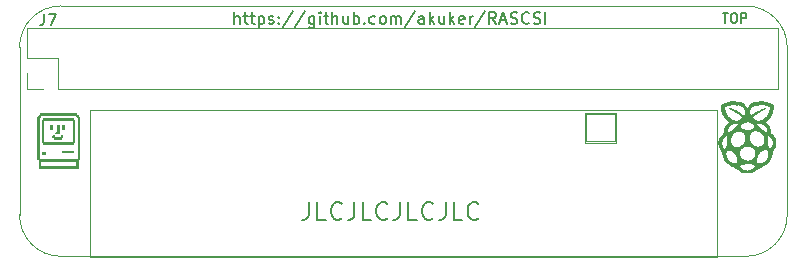
<source format=gbr>
%TF.GenerationSoftware,KiCad,Pcbnew,(5.1.4)-1*%
%TF.CreationDate,2020-08-22T20:00:45-05:00*%
%TF.ProjectId,daisy_chain_board,64616973-795f-4636-9861-696e5f626f61,rev?*%
%TF.SameCoordinates,PX59d60c0PY325aa00*%
%TF.FileFunction,Legend,Top*%
%TF.FilePolarity,Positive*%
%FSLAX46Y46*%
G04 Gerber Fmt 4.6, Leading zero omitted, Abs format (unit mm)*
G04 Created by KiCad (PCBNEW (5.1.4)-1) date 2020-08-22 20:00:45*
%MOMM*%
%LPD*%
G04 APERTURE LIST*
%ADD10C,0.200000*%
%ADD11C,0.120000*%
%ADD12C,0.150000*%
%ADD13C,0.050000*%
%ADD14C,0.010000*%
G04 APERTURE END LIST*
D10*
X104801928Y-41120571D02*
X104801928Y-42192000D01*
X104730500Y-42406285D01*
X104587642Y-42549142D01*
X104373357Y-42620571D01*
X104230500Y-42620571D01*
X106230500Y-42620571D02*
X105516214Y-42620571D01*
X105516214Y-41120571D01*
X107587642Y-42477714D02*
X107516214Y-42549142D01*
X107301928Y-42620571D01*
X107159071Y-42620571D01*
X106944785Y-42549142D01*
X106801928Y-42406285D01*
X106730500Y-42263428D01*
X106659071Y-41977714D01*
X106659071Y-41763428D01*
X106730500Y-41477714D01*
X106801928Y-41334857D01*
X106944785Y-41192000D01*
X107159071Y-41120571D01*
X107301928Y-41120571D01*
X107516214Y-41192000D01*
X107587642Y-41263428D01*
X108659071Y-41120571D02*
X108659071Y-42192000D01*
X108587642Y-42406285D01*
X108444785Y-42549142D01*
X108230500Y-42620571D01*
X108087642Y-42620571D01*
X110087642Y-42620571D02*
X109373357Y-42620571D01*
X109373357Y-41120571D01*
X111444785Y-42477714D02*
X111373357Y-42549142D01*
X111159071Y-42620571D01*
X111016214Y-42620571D01*
X110801928Y-42549142D01*
X110659071Y-42406285D01*
X110587642Y-42263428D01*
X110516214Y-41977714D01*
X110516214Y-41763428D01*
X110587642Y-41477714D01*
X110659071Y-41334857D01*
X110801928Y-41192000D01*
X111016214Y-41120571D01*
X111159071Y-41120571D01*
X111373357Y-41192000D01*
X111444785Y-41263428D01*
X112516214Y-41120571D02*
X112516214Y-42192000D01*
X112444785Y-42406285D01*
X112301928Y-42549142D01*
X112087642Y-42620571D01*
X111944785Y-42620571D01*
X113944785Y-42620571D02*
X113230500Y-42620571D01*
X113230500Y-41120571D01*
X115301928Y-42477714D02*
X115230500Y-42549142D01*
X115016214Y-42620571D01*
X114873357Y-42620571D01*
X114659071Y-42549142D01*
X114516214Y-42406285D01*
X114444785Y-42263428D01*
X114373357Y-41977714D01*
X114373357Y-41763428D01*
X114444785Y-41477714D01*
X114516214Y-41334857D01*
X114659071Y-41192000D01*
X114873357Y-41120571D01*
X115016214Y-41120571D01*
X115230500Y-41192000D01*
X115301928Y-41263428D01*
X116373357Y-41120571D02*
X116373357Y-42192000D01*
X116301928Y-42406285D01*
X116159071Y-42549142D01*
X115944785Y-42620571D01*
X115801928Y-42620571D01*
X117801928Y-42620571D02*
X117087642Y-42620571D01*
X117087642Y-41120571D01*
X119159071Y-42477714D02*
X119087642Y-42549142D01*
X118873357Y-42620571D01*
X118730500Y-42620571D01*
X118516214Y-42549142D01*
X118373357Y-42406285D01*
X118301928Y-42263428D01*
X118230500Y-41977714D01*
X118230500Y-41763428D01*
X118301928Y-41477714D01*
X118373357Y-41334857D01*
X118516214Y-41192000D01*
X118730500Y-41120571D01*
X118873357Y-41120571D01*
X119087642Y-41192000D01*
X119159071Y-41263428D01*
D11*
X128304000Y-33687000D02*
X130717000Y-33687000D01*
X139353000Y-33306000D02*
X86267000Y-33306000D01*
D12*
X98500333Y-26011380D02*
X98500333Y-25011380D01*
X98928904Y-26011380D02*
X98928904Y-25487571D01*
X98881285Y-25392333D01*
X98786047Y-25344714D01*
X98643190Y-25344714D01*
X98547952Y-25392333D01*
X98500333Y-25439952D01*
X99262238Y-25344714D02*
X99643190Y-25344714D01*
X99405095Y-25011380D02*
X99405095Y-25868523D01*
X99452714Y-25963761D01*
X99547952Y-26011380D01*
X99643190Y-26011380D01*
X99833666Y-25344714D02*
X100214619Y-25344714D01*
X99976523Y-25011380D02*
X99976523Y-25868523D01*
X100024142Y-25963761D01*
X100119380Y-26011380D01*
X100214619Y-26011380D01*
X100547952Y-25344714D02*
X100547952Y-26344714D01*
X100547952Y-25392333D02*
X100643190Y-25344714D01*
X100833666Y-25344714D01*
X100928904Y-25392333D01*
X100976523Y-25439952D01*
X101024142Y-25535190D01*
X101024142Y-25820904D01*
X100976523Y-25916142D01*
X100928904Y-25963761D01*
X100833666Y-26011380D01*
X100643190Y-26011380D01*
X100547952Y-25963761D01*
X101405095Y-25963761D02*
X101500333Y-26011380D01*
X101690809Y-26011380D01*
X101786047Y-25963761D01*
X101833666Y-25868523D01*
X101833666Y-25820904D01*
X101786047Y-25725666D01*
X101690809Y-25678047D01*
X101547952Y-25678047D01*
X101452714Y-25630428D01*
X101405095Y-25535190D01*
X101405095Y-25487571D01*
X101452714Y-25392333D01*
X101547952Y-25344714D01*
X101690809Y-25344714D01*
X101786047Y-25392333D01*
X102262238Y-25916142D02*
X102309857Y-25963761D01*
X102262238Y-26011380D01*
X102214619Y-25963761D01*
X102262238Y-25916142D01*
X102262238Y-26011380D01*
X102262238Y-25392333D02*
X102309857Y-25439952D01*
X102262238Y-25487571D01*
X102214619Y-25439952D01*
X102262238Y-25392333D01*
X102262238Y-25487571D01*
X103452714Y-24963761D02*
X102595571Y-26249476D01*
X104500333Y-24963761D02*
X103643190Y-26249476D01*
X105262238Y-25344714D02*
X105262238Y-26154238D01*
X105214619Y-26249476D01*
X105167000Y-26297095D01*
X105071761Y-26344714D01*
X104928904Y-26344714D01*
X104833666Y-26297095D01*
X105262238Y-25963761D02*
X105167000Y-26011380D01*
X104976523Y-26011380D01*
X104881285Y-25963761D01*
X104833666Y-25916142D01*
X104786047Y-25820904D01*
X104786047Y-25535190D01*
X104833666Y-25439952D01*
X104881285Y-25392333D01*
X104976523Y-25344714D01*
X105167000Y-25344714D01*
X105262238Y-25392333D01*
X105738428Y-26011380D02*
X105738428Y-25344714D01*
X105738428Y-25011380D02*
X105690809Y-25059000D01*
X105738428Y-25106619D01*
X105786047Y-25059000D01*
X105738428Y-25011380D01*
X105738428Y-25106619D01*
X106071761Y-25344714D02*
X106452714Y-25344714D01*
X106214619Y-25011380D02*
X106214619Y-25868523D01*
X106262238Y-25963761D01*
X106357476Y-26011380D01*
X106452714Y-26011380D01*
X106786047Y-26011380D02*
X106786047Y-25011380D01*
X107214619Y-26011380D02*
X107214619Y-25487571D01*
X107167000Y-25392333D01*
X107071761Y-25344714D01*
X106928904Y-25344714D01*
X106833666Y-25392333D01*
X106786047Y-25439952D01*
X108119380Y-25344714D02*
X108119380Y-26011380D01*
X107690809Y-25344714D02*
X107690809Y-25868523D01*
X107738428Y-25963761D01*
X107833666Y-26011380D01*
X107976523Y-26011380D01*
X108071761Y-25963761D01*
X108119380Y-25916142D01*
X108595571Y-26011380D02*
X108595571Y-25011380D01*
X108595571Y-25392333D02*
X108690809Y-25344714D01*
X108881285Y-25344714D01*
X108976523Y-25392333D01*
X109024142Y-25439952D01*
X109071761Y-25535190D01*
X109071761Y-25820904D01*
X109024142Y-25916142D01*
X108976523Y-25963761D01*
X108881285Y-26011380D01*
X108690809Y-26011380D01*
X108595571Y-25963761D01*
X109500333Y-25916142D02*
X109547952Y-25963761D01*
X109500333Y-26011380D01*
X109452714Y-25963761D01*
X109500333Y-25916142D01*
X109500333Y-26011380D01*
X110405095Y-25963761D02*
X110309857Y-26011380D01*
X110119380Y-26011380D01*
X110024142Y-25963761D01*
X109976523Y-25916142D01*
X109928904Y-25820904D01*
X109928904Y-25535190D01*
X109976523Y-25439952D01*
X110024142Y-25392333D01*
X110119380Y-25344714D01*
X110309857Y-25344714D01*
X110405095Y-25392333D01*
X110976523Y-26011380D02*
X110881285Y-25963761D01*
X110833666Y-25916142D01*
X110786047Y-25820904D01*
X110786047Y-25535190D01*
X110833666Y-25439952D01*
X110881285Y-25392333D01*
X110976523Y-25344714D01*
X111119380Y-25344714D01*
X111214619Y-25392333D01*
X111262238Y-25439952D01*
X111309857Y-25535190D01*
X111309857Y-25820904D01*
X111262238Y-25916142D01*
X111214619Y-25963761D01*
X111119380Y-26011380D01*
X110976523Y-26011380D01*
X111738428Y-26011380D02*
X111738428Y-25344714D01*
X111738428Y-25439952D02*
X111786047Y-25392333D01*
X111881285Y-25344714D01*
X112024142Y-25344714D01*
X112119380Y-25392333D01*
X112167000Y-25487571D01*
X112167000Y-26011380D01*
X112167000Y-25487571D02*
X112214619Y-25392333D01*
X112309857Y-25344714D01*
X112452714Y-25344714D01*
X112547952Y-25392333D01*
X112595571Y-25487571D01*
X112595571Y-26011380D01*
X113786047Y-24963761D02*
X112928904Y-26249476D01*
X114547952Y-26011380D02*
X114547952Y-25487571D01*
X114500333Y-25392333D01*
X114405095Y-25344714D01*
X114214619Y-25344714D01*
X114119380Y-25392333D01*
X114547952Y-25963761D02*
X114452714Y-26011380D01*
X114214619Y-26011380D01*
X114119380Y-25963761D01*
X114071761Y-25868523D01*
X114071761Y-25773285D01*
X114119380Y-25678047D01*
X114214619Y-25630428D01*
X114452714Y-25630428D01*
X114547952Y-25582809D01*
X115024142Y-26011380D02*
X115024142Y-25011380D01*
X115119380Y-25630428D02*
X115405095Y-26011380D01*
X115405095Y-25344714D02*
X115024142Y-25725666D01*
X116262238Y-25344714D02*
X116262238Y-26011380D01*
X115833666Y-25344714D02*
X115833666Y-25868523D01*
X115881285Y-25963761D01*
X115976523Y-26011380D01*
X116119380Y-26011380D01*
X116214619Y-25963761D01*
X116262238Y-25916142D01*
X116738428Y-26011380D02*
X116738428Y-25011380D01*
X116833666Y-25630428D02*
X117119380Y-26011380D01*
X117119380Y-25344714D02*
X116738428Y-25725666D01*
X117928904Y-25963761D02*
X117833666Y-26011380D01*
X117643190Y-26011380D01*
X117547952Y-25963761D01*
X117500333Y-25868523D01*
X117500333Y-25487571D01*
X117547952Y-25392333D01*
X117643190Y-25344714D01*
X117833666Y-25344714D01*
X117928904Y-25392333D01*
X117976523Y-25487571D01*
X117976523Y-25582809D01*
X117500333Y-25678047D01*
X118405095Y-26011380D02*
X118405095Y-25344714D01*
X118405095Y-25535190D02*
X118452714Y-25439952D01*
X118500333Y-25392333D01*
X118595571Y-25344714D01*
X118690809Y-25344714D01*
X119738428Y-24963761D02*
X118881285Y-26249476D01*
X120643190Y-26011380D02*
X120309857Y-25535190D01*
X120071761Y-26011380D02*
X120071761Y-25011380D01*
X120452714Y-25011380D01*
X120547952Y-25059000D01*
X120595571Y-25106619D01*
X120643190Y-25201857D01*
X120643190Y-25344714D01*
X120595571Y-25439952D01*
X120547952Y-25487571D01*
X120452714Y-25535190D01*
X120071761Y-25535190D01*
X121024142Y-25725666D02*
X121500333Y-25725666D01*
X120928904Y-26011380D02*
X121262238Y-25011380D01*
X121595571Y-26011380D01*
X121881285Y-25963761D02*
X122024142Y-26011380D01*
X122262238Y-26011380D01*
X122357476Y-25963761D01*
X122405095Y-25916142D01*
X122452714Y-25820904D01*
X122452714Y-25725666D01*
X122405095Y-25630428D01*
X122357476Y-25582809D01*
X122262238Y-25535190D01*
X122071761Y-25487571D01*
X121976523Y-25439952D01*
X121928904Y-25392333D01*
X121881285Y-25297095D01*
X121881285Y-25201857D01*
X121928904Y-25106619D01*
X121976523Y-25059000D01*
X122071761Y-25011380D01*
X122309857Y-25011380D01*
X122452714Y-25059000D01*
X123452714Y-25916142D02*
X123405095Y-25963761D01*
X123262238Y-26011380D01*
X123167000Y-26011380D01*
X123024142Y-25963761D01*
X122928904Y-25868523D01*
X122881285Y-25773285D01*
X122833666Y-25582809D01*
X122833666Y-25439952D01*
X122881285Y-25249476D01*
X122928904Y-25154238D01*
X123024142Y-25059000D01*
X123167000Y-25011380D01*
X123262238Y-25011380D01*
X123405095Y-25059000D01*
X123452714Y-25106619D01*
X123833666Y-25963761D02*
X123976523Y-26011380D01*
X124214619Y-26011380D01*
X124309857Y-25963761D01*
X124357476Y-25916142D01*
X124405095Y-25820904D01*
X124405095Y-25725666D01*
X124357476Y-25630428D01*
X124309857Y-25582809D01*
X124214619Y-25535190D01*
X124024142Y-25487571D01*
X123928904Y-25439952D01*
X123881285Y-25392333D01*
X123833666Y-25297095D01*
X123833666Y-25201857D01*
X123881285Y-25106619D01*
X123928904Y-25059000D01*
X124024142Y-25011380D01*
X124262238Y-25011380D01*
X124405095Y-25059000D01*
X124833666Y-26011380D02*
X124833666Y-25011380D01*
D11*
X128304000Y-35973000D02*
X128304000Y-33687000D01*
X130717000Y-35973000D02*
X128304000Y-35973000D01*
X130717000Y-33687000D02*
X130717000Y-35973000D01*
X128177000Y-36100000D02*
X128177000Y-33560000D01*
X130844000Y-36100000D02*
X128177000Y-36100000D01*
X130844000Y-33560000D02*
X130844000Y-36100000D01*
X128177000Y-33560000D02*
X130844000Y-33560000D01*
X139353000Y-45752000D02*
X139353000Y-33306000D01*
X86267000Y-45752000D02*
X139353000Y-45752000D01*
X86267000Y-33306000D02*
X86267000Y-45752000D01*
D12*
X139829380Y-25120904D02*
X140286523Y-25120904D01*
X140057952Y-25920904D02*
X140057952Y-25120904D01*
X140705571Y-25120904D02*
X140857952Y-25120904D01*
X140934142Y-25159000D01*
X141010333Y-25235190D01*
X141048428Y-25387571D01*
X141048428Y-25654238D01*
X141010333Y-25806619D01*
X140934142Y-25882809D01*
X140857952Y-25920904D01*
X140705571Y-25920904D01*
X140629380Y-25882809D01*
X140553190Y-25806619D01*
X140515095Y-25654238D01*
X140515095Y-25387571D01*
X140553190Y-25235190D01*
X140629380Y-25159000D01*
X140705571Y-25120904D01*
X141391285Y-25920904D02*
X141391285Y-25120904D01*
X141696047Y-25120904D01*
X141772238Y-25159000D01*
X141810333Y-25197095D01*
X141848428Y-25273285D01*
X141848428Y-25387571D01*
X141810333Y-25463761D01*
X141772238Y-25501857D01*
X141696047Y-25539952D01*
X141391285Y-25539952D01*
D13*
X83800000Y-45696000D02*
X141800000Y-45696000D01*
X83800000Y-45696000D02*
G75*
G02X80300000Y-42196000I0J3500000D01*
G01*
X145300000Y-42196000D02*
G75*
G02X141800000Y-45696000I-3500000J0D01*
G01*
X80300000Y-27998000D02*
X80300000Y-42196000D01*
X145300000Y-27998000D02*
X145300000Y-42196000D01*
X83800000Y-24498000D02*
X141800000Y-24498000D01*
X80300000Y-27998000D02*
G75*
G02X83800000Y-24498000I3500000J0D01*
G01*
X141800000Y-24498000D02*
G75*
G02X145300000Y-27998000I0J-3500000D01*
G01*
D11*
%TO.C,J7*%
X144556500Y-31524500D02*
X144556500Y-26324500D01*
X83536500Y-31524500D02*
X144556500Y-31524500D01*
X80936500Y-26324500D02*
X144556500Y-26324500D01*
X83536500Y-31524500D02*
X83536500Y-28924500D01*
X83536500Y-28924500D02*
X80936500Y-28924500D01*
X80936500Y-28924500D02*
X80936500Y-26324500D01*
X82266500Y-31524500D02*
X80936500Y-31524500D01*
X80936500Y-31524500D02*
X80936500Y-30194500D01*
D14*
%TO.C,X7*%
G36*
X140818857Y-32561226D02*
G01*
X140837047Y-32562167D01*
X140848809Y-32563847D01*
X140855152Y-32566361D01*
X140855499Y-32566638D01*
X140863786Y-32571759D01*
X140877632Y-32578427D01*
X140894733Y-32585732D01*
X140912782Y-32592764D01*
X140929474Y-32598614D01*
X140942502Y-32602371D01*
X140948331Y-32603269D01*
X140957637Y-32602457D01*
X140972456Y-32600295D01*
X140990023Y-32597201D01*
X140995233Y-32596190D01*
X141021414Y-32592250D01*
X141044948Y-32591901D01*
X141067964Y-32595542D01*
X141092591Y-32603572D01*
X141120958Y-32616393D01*
X141131685Y-32621838D01*
X141176821Y-32645219D01*
X141227222Y-32642685D01*
X141257857Y-32641936D01*
X141283771Y-32643507D01*
X141306579Y-32648063D01*
X141327897Y-32656273D01*
X141349342Y-32668802D01*
X141372529Y-32686318D01*
X141399074Y-32709488D01*
X141407193Y-32716954D01*
X141422732Y-32730743D01*
X141437100Y-32742392D01*
X141448622Y-32750611D01*
X141455284Y-32754037D01*
X141464988Y-32755107D01*
X141479939Y-32755273D01*
X141496965Y-32754503D01*
X141497574Y-32754457D01*
X141528783Y-32752097D01*
X141565643Y-32778223D01*
X141620212Y-32821622D01*
X141672362Y-32872551D01*
X141721450Y-32930265D01*
X141766833Y-32994016D01*
X141803057Y-33054266D01*
X141814933Y-33076801D01*
X141828078Y-33103552D01*
X141841549Y-33132426D01*
X141854407Y-33161330D01*
X141865711Y-33188171D01*
X141874520Y-33210856D01*
X141878131Y-33221333D01*
X141882644Y-33234525D01*
X141886533Y-33244297D01*
X141888400Y-33247751D01*
X141890826Y-33245156D01*
X141895624Y-33235920D01*
X141902197Y-33221330D01*
X141909948Y-33202675D01*
X141913888Y-33192718D01*
X141951655Y-33105887D01*
X141994880Y-33025191D01*
X142043421Y-32950885D01*
X142064465Y-32922788D01*
X142084884Y-32898516D01*
X142109900Y-32871799D01*
X142137616Y-32844435D01*
X142166137Y-32818225D01*
X142193566Y-32794967D01*
X142218007Y-32776460D01*
X142220534Y-32774721D01*
X142256721Y-32750141D01*
X142333683Y-32755603D01*
X142377946Y-32713507D01*
X142402675Y-32690974D01*
X142423643Y-32674147D01*
X142442204Y-32661986D01*
X142450763Y-32657447D01*
X142461973Y-32652085D01*
X142471289Y-32648300D01*
X142480545Y-32645805D01*
X142491576Y-32644316D01*
X142506215Y-32643547D01*
X142526298Y-32643213D01*
X142543090Y-32643095D01*
X142606863Y-32642708D01*
X142650099Y-32621146D01*
X142677646Y-32608057D01*
X142700422Y-32599154D01*
X142720769Y-32594030D01*
X142741029Y-32592278D01*
X142763544Y-32593492D01*
X142789115Y-32597016D01*
X142808803Y-32600068D01*
X142824158Y-32601729D01*
X142837142Y-32601638D01*
X142849722Y-32599431D01*
X142863860Y-32594746D01*
X142881522Y-32587219D01*
X142904671Y-32576488D01*
X142907535Y-32575145D01*
X142920289Y-32569321D01*
X142930700Y-32565355D01*
X142940907Y-32562889D01*
X142953053Y-32561567D01*
X142969279Y-32561034D01*
X142991726Y-32560933D01*
X142993010Y-32560933D01*
X143013786Y-32561222D01*
X143031379Y-32562011D01*
X143044124Y-32563187D01*
X143050358Y-32564634D01*
X143050656Y-32564907D01*
X143055431Y-32569006D01*
X143065290Y-32575559D01*
X143075247Y-32581496D01*
X143097383Y-32594112D01*
X143141833Y-32583967D01*
X143176391Y-32576701D01*
X143204667Y-32572262D01*
X143228304Y-32570504D01*
X143248948Y-32571277D01*
X143262035Y-32573158D01*
X143290459Y-32580913D01*
X143320191Y-32593160D01*
X143346897Y-32608079D01*
X143349732Y-32609990D01*
X143356402Y-32614222D01*
X143363160Y-32617178D01*
X143371695Y-32619117D01*
X143383693Y-32620299D01*
X143400844Y-32620986D01*
X143423815Y-32621423D01*
X143447994Y-32621921D01*
X143465637Y-32622747D01*
X143478677Y-32624182D01*
X143489045Y-32626505D01*
X143498671Y-32629996D01*
X143506140Y-32633349D01*
X143523171Y-32643003D01*
X143540481Y-32655371D01*
X143548383Y-32662190D01*
X143567103Y-32679998D01*
X143592593Y-32675563D01*
X143608374Y-32673673D01*
X143625988Y-32673488D01*
X143647821Y-32675061D01*
X143666766Y-32677222D01*
X143707517Y-32683750D01*
X143741760Y-32692681D01*
X143771294Y-32704783D01*
X143797919Y-32720827D01*
X143823433Y-32741581D01*
X143828628Y-32746429D01*
X143841013Y-32757956D01*
X143849608Y-32764642D01*
X143856673Y-32767569D01*
X143864471Y-32767817D01*
X143871602Y-32766972D01*
X143888622Y-32766452D01*
X143910843Y-32768279D01*
X143935483Y-32771982D01*
X143959759Y-32777089D01*
X143980886Y-32783131D01*
X143991358Y-32787219D01*
X144021028Y-32805221D01*
X144045086Y-32829052D01*
X144062791Y-32857679D01*
X144073397Y-32890068D01*
X144075527Y-32904250D01*
X144075883Y-32934296D01*
X144071711Y-32965694D01*
X144063628Y-32994575D01*
X144059552Y-33004316D01*
X144050805Y-33022924D01*
X144071288Y-33065631D01*
X144083812Y-33094233D01*
X144091315Y-33118419D01*
X144094074Y-33140375D01*
X144092365Y-33162291D01*
X144086526Y-33186151D01*
X144079525Y-33204541D01*
X144069547Y-33225255D01*
X144058728Y-33243867D01*
X144058519Y-33244186D01*
X144049608Y-33258322D01*
X144042892Y-33270114D01*
X144039500Y-33277539D01*
X144039299Y-33278594D01*
X144040844Y-33285559D01*
X144044695Y-33296557D01*
X144046166Y-33300191D01*
X144049981Y-33312459D01*
X144051353Y-33326786D01*
X144050544Y-33346138D01*
X144050377Y-33348174D01*
X144047116Y-33370648D01*
X144040770Y-33392363D01*
X144030593Y-33414963D01*
X144015842Y-33440091D01*
X143995770Y-33469393D01*
X143994905Y-33470593D01*
X143966245Y-33510302D01*
X143971465Y-33532059D01*
X143974034Y-33545494D01*
X143974289Y-33557524D01*
X143972083Y-33571737D01*
X143969380Y-33583366D01*
X143960960Y-33612158D01*
X143950489Y-33636527D01*
X143936650Y-33658529D01*
X143918126Y-33680221D01*
X143893599Y-33703660D01*
X143890691Y-33706245D01*
X143880759Y-33715375D01*
X143874799Y-33722812D01*
X143871557Y-33731347D01*
X143869783Y-33743769D01*
X143868849Y-33754928D01*
X143866617Y-33773230D01*
X143863158Y-33790648D01*
X143859306Y-33803179D01*
X143843443Y-33832533D01*
X143820851Y-33862743D01*
X143792919Y-33892259D01*
X143761038Y-33919532D01*
X143743758Y-33932041D01*
X143726846Y-33944110D01*
X143715489Y-33954198D01*
X143707917Y-33964565D01*
X143702358Y-33977472D01*
X143698599Y-33989629D01*
X143692700Y-34006984D01*
X143685395Y-34024155D01*
X143680877Y-34032838D01*
X143663470Y-34056063D01*
X143639484Y-34078795D01*
X143610766Y-34099730D01*
X143579165Y-34117568D01*
X143546529Y-34131006D01*
X143537649Y-34133748D01*
X143520588Y-34139017D01*
X143509944Y-34143845D01*
X143503869Y-34149618D01*
X143500515Y-34157727D01*
X143499407Y-34162484D01*
X143489866Y-34188322D01*
X143472698Y-34213018D01*
X143448730Y-34235883D01*
X143418789Y-34256230D01*
X143383702Y-34273369D01*
X143353350Y-34284051D01*
X143337917Y-34288887D01*
X143325708Y-34293156D01*
X143318961Y-34296064D01*
X143318466Y-34296411D01*
X143320743Y-34299584D01*
X143329055Y-34306634D01*
X143342370Y-34316776D01*
X143359654Y-34329222D01*
X143379849Y-34343168D01*
X143420640Y-34371103D01*
X143455277Y-34395532D01*
X143484868Y-34417306D01*
X143510521Y-34437272D01*
X143533343Y-34456280D01*
X143554442Y-34475180D01*
X143564743Y-34484904D01*
X143623178Y-34545836D01*
X143674156Y-34609559D01*
X143718035Y-34676734D01*
X143755178Y-34748021D01*
X143785945Y-34824079D01*
X143810696Y-34905570D01*
X143822829Y-34957438D01*
X143829201Y-34990015D01*
X143834448Y-35022267D01*
X143838771Y-35055979D01*
X143842372Y-35092934D01*
X143845454Y-35134918D01*
X143848021Y-35179822D01*
X143851316Y-35243895D01*
X143870591Y-35277189D01*
X143880252Y-35293101D01*
X143889106Y-35305113D01*
X143899258Y-35315425D01*
X143912812Y-35326238D01*
X143927541Y-35336743D01*
X143953341Y-35356221D01*
X143982278Y-35380553D01*
X144012350Y-35407863D01*
X144041558Y-35436275D01*
X144067900Y-35463912D01*
X144088213Y-35487447D01*
X144126653Y-35538844D01*
X144162714Y-35594371D01*
X144195734Y-35652618D01*
X144225047Y-35712179D01*
X144249992Y-35771646D01*
X144269905Y-35829611D01*
X144284122Y-35884667D01*
X144289452Y-35914409D01*
X144292231Y-35931083D01*
X144295102Y-35944580D01*
X144297565Y-35952654D01*
X144298196Y-35953738D01*
X144299151Y-35958893D01*
X144299953Y-35971224D01*
X144300602Y-35989519D01*
X144301100Y-36012563D01*
X144301447Y-36039144D01*
X144301644Y-36068048D01*
X144301692Y-36098062D01*
X144301591Y-36127971D01*
X144301342Y-36156564D01*
X144300946Y-36182626D01*
X144300404Y-36204944D01*
X144299717Y-36222305D01*
X144298884Y-36233494D01*
X144298021Y-36237281D01*
X144295278Y-36242517D01*
X144292555Y-36253189D01*
X144291456Y-36259756D01*
X144288405Y-36275811D01*
X144283142Y-36297684D01*
X144276290Y-36323213D01*
X144268469Y-36350236D01*
X144260301Y-36376591D01*
X144252407Y-36400118D01*
X144246696Y-36415475D01*
X144215350Y-36485107D01*
X144176926Y-36554684D01*
X144132601Y-36622272D01*
X144083553Y-36685934D01*
X144078906Y-36691454D01*
X144067630Y-36705924D01*
X144059683Y-36718483D01*
X144056278Y-36727177D01*
X144056233Y-36727893D01*
X144055125Y-36735197D01*
X144052055Y-36749194D01*
X144047405Y-36768444D01*
X144041557Y-36791504D01*
X144034893Y-36816934D01*
X144027794Y-36843291D01*
X144020642Y-36869133D01*
X144013819Y-36893019D01*
X144007707Y-36913507D01*
X144003910Y-36925500D01*
X143999265Y-36939193D01*
X143992326Y-36959086D01*
X143983714Y-36983428D01*
X143974047Y-37010469D01*
X143963946Y-37038460D01*
X143961593Y-37044941D01*
X143947445Y-37085081D01*
X143936481Y-37119093D01*
X143928252Y-37148497D01*
X143922308Y-37174814D01*
X143920868Y-37182525D01*
X143901033Y-37270269D01*
X143873092Y-37355796D01*
X143837192Y-37438794D01*
X143793478Y-37518948D01*
X143742094Y-37595943D01*
X143710759Y-37636655D01*
X143691047Y-37659709D01*
X143666567Y-37686266D01*
X143639140Y-37714511D01*
X143610586Y-37742630D01*
X143582728Y-37768809D01*
X143557386Y-37791234D01*
X143546752Y-37800050D01*
X143507397Y-37829844D01*
X143464359Y-37859056D01*
X143419629Y-37886509D01*
X143375201Y-37911026D01*
X143333068Y-37931430D01*
X143304009Y-37943387D01*
X143286462Y-37950800D01*
X143269729Y-37959311D01*
X143257443Y-37967071D01*
X143227333Y-37989335D01*
X143191556Y-38014564D01*
X143151849Y-38041622D01*
X143109951Y-38069370D01*
X143067599Y-38096670D01*
X143026532Y-38122383D01*
X142988486Y-38145373D01*
X142960325Y-38161639D01*
X142931755Y-38177119D01*
X142898678Y-38194096D01*
X142862915Y-38211715D01*
X142826284Y-38229120D01*
X142790603Y-38245455D01*
X142757694Y-38259864D01*
X142729373Y-38271491D01*
X142716469Y-38276370D01*
X142696409Y-38283747D01*
X142681271Y-38289928D01*
X142669009Y-38296183D01*
X142657574Y-38303781D01*
X142644919Y-38313991D01*
X142628996Y-38328083D01*
X142620194Y-38336051D01*
X142565074Y-38384149D01*
X142512444Y-38426019D01*
X142460714Y-38462849D01*
X142408291Y-38495830D01*
X142399392Y-38501026D01*
X142356685Y-38525700D01*
X141890951Y-38525690D01*
X141425216Y-38525680D01*
X141388073Y-38504846D01*
X141341847Y-38477523D01*
X141298090Y-38448581D01*
X141254943Y-38416649D01*
X141210541Y-38380355D01*
X141167687Y-38342572D01*
X141149792Y-38326888D01*
X141132503Y-38312727D01*
X141117494Y-38301393D01*
X141106437Y-38294191D01*
X141104107Y-38293015D01*
X141092842Y-38288162D01*
X141076229Y-38281179D01*
X141056765Y-38273111D01*
X141042099Y-38267097D01*
X140949809Y-38226912D01*
X140860022Y-38182526D01*
X140771254Y-38133105D01*
X140682017Y-38077814D01*
X140657665Y-38061259D01*
X141229202Y-38061259D01*
X141234448Y-38081747D01*
X141241298Y-38096456D01*
X141262202Y-38129549D01*
X141290382Y-38163902D01*
X141324882Y-38198788D01*
X141364747Y-38233478D01*
X141409022Y-38267245D01*
X141456752Y-38299361D01*
X141506983Y-38329099D01*
X141558760Y-38355731D01*
X141611127Y-38378528D01*
X141611739Y-38378769D01*
X141664688Y-38397989D01*
X141714531Y-38412436D01*
X141763784Y-38422581D01*
X141814965Y-38428898D01*
X141870592Y-38431861D01*
X141896147Y-38432220D01*
X141926958Y-38432207D01*
X141951467Y-38431763D01*
X141971837Y-38430726D01*
X141990227Y-38428929D01*
X142008800Y-38426210D01*
X142029716Y-38422404D01*
X142032495Y-38421865D01*
X142110329Y-38402647D01*
X142187044Y-38375821D01*
X142261541Y-38341988D01*
X142332717Y-38301748D01*
X142399473Y-38255702D01*
X142460707Y-38204450D01*
X142497343Y-38168296D01*
X142526005Y-38135908D01*
X142547996Y-38106092D01*
X142564171Y-38077547D01*
X142574772Y-38050927D01*
X142579688Y-38034388D01*
X142581775Y-38022796D01*
X142581319Y-38013225D01*
X142579285Y-38004950D01*
X142567492Y-37979877D01*
X142547503Y-37955567D01*
X142519564Y-37932168D01*
X142483925Y-37909824D01*
X142440831Y-37888682D01*
X142390532Y-37868888D01*
X142333273Y-37850586D01*
X142303146Y-37842311D01*
X142256598Y-37830818D01*
X142212623Y-37821514D01*
X142169668Y-37814242D01*
X142126178Y-37808846D01*
X142080598Y-37805168D01*
X142031374Y-37803054D01*
X141976950Y-37802346D01*
X141915772Y-37802887D01*
X141912050Y-37802953D01*
X141873078Y-37803750D01*
X141840894Y-37804679D01*
X141813819Y-37805854D01*
X141790176Y-37807393D01*
X141768285Y-37809410D01*
X141746467Y-37812021D01*
X141723045Y-37815342D01*
X141715304Y-37816518D01*
X141691270Y-37820264D01*
X141670244Y-37823645D01*
X141653612Y-37826432D01*
X141642760Y-37828390D01*
X141639104Y-37829240D01*
X141634433Y-37830607D01*
X141622934Y-37833517D01*
X141606029Y-37837623D01*
X141585144Y-37842578D01*
X141569150Y-37846311D01*
X141508551Y-37861983D01*
X141452471Y-37879733D01*
X141401454Y-37899276D01*
X141356047Y-37920326D01*
X141316793Y-37942597D01*
X141284238Y-37965803D01*
X141258926Y-37989659D01*
X141241403Y-38013878D01*
X141238368Y-38019816D01*
X141230543Y-38041504D01*
X141229202Y-38061259D01*
X140657665Y-38061259D01*
X140590827Y-38015822D01*
X140578591Y-38007113D01*
X140553688Y-37989318D01*
X140534413Y-37975679D01*
X140519508Y-37965428D01*
X140507713Y-37957799D01*
X140497769Y-37952024D01*
X140488416Y-37947336D01*
X140478394Y-37942967D01*
X140466445Y-37938151D01*
X140463400Y-37936943D01*
X140396898Y-37906521D01*
X140330484Y-37868260D01*
X140264942Y-37822758D01*
X140201055Y-37770615D01*
X140139609Y-37712429D01*
X140081386Y-37648799D01*
X140072974Y-37638816D01*
X140025913Y-37577202D01*
X139983160Y-37510855D01*
X139945348Y-37441139D01*
X139913107Y-37369417D01*
X139887071Y-37297054D01*
X139867871Y-37225413D01*
X139858924Y-37177004D01*
X139853626Y-37148727D01*
X139845710Y-37119134D01*
X139834463Y-37085683D01*
X139829562Y-37072474D01*
X139813266Y-37028323D01*
X139799766Y-36990037D01*
X140068934Y-36990037D01*
X140069004Y-37014900D01*
X140069942Y-37036591D01*
X140071890Y-37057750D01*
X140074990Y-37081014D01*
X140076774Y-37092716D01*
X140087013Y-37146310D01*
X140100994Y-37201542D01*
X140118152Y-37256990D01*
X140137923Y-37311229D01*
X140159746Y-37362837D01*
X140183056Y-37410391D01*
X140207290Y-37452467D01*
X140231884Y-37487643D01*
X140234281Y-37490650D01*
X140253397Y-37513194D01*
X140276300Y-37538391D01*
X140301541Y-37564800D01*
X140327670Y-37590978D01*
X140353237Y-37615485D01*
X140376793Y-37636878D01*
X140396887Y-37653716D01*
X140402866Y-37658290D01*
X140471719Y-37704771D01*
X140542040Y-37743531D01*
X140613360Y-37774350D01*
X140685206Y-37797007D01*
X140712245Y-37803366D01*
X140730441Y-37807163D01*
X140745232Y-37809884D01*
X140758607Y-37811673D01*
X140772553Y-37812676D01*
X140789058Y-37813037D01*
X140810110Y-37812900D01*
X140836783Y-37812427D01*
X140865917Y-37811614D01*
X140888579Y-37810325D01*
X140906759Y-37808352D01*
X140922445Y-37805484D01*
X140936236Y-37801917D01*
X140970637Y-37789762D01*
X141000230Y-37774861D01*
X141023562Y-37758010D01*
X141032360Y-37749180D01*
X141049936Y-37724174D01*
X141065387Y-37692493D01*
X141077988Y-37655811D01*
X141084689Y-37628233D01*
X141088604Y-37607485D01*
X141090999Y-37589717D01*
X141092053Y-37572027D01*
X141091947Y-37551515D01*
X141090962Y-37527304D01*
X141089617Y-37505360D01*
X141087940Y-37485685D01*
X141086130Y-37470240D01*
X141084387Y-37460988D01*
X141084134Y-37460231D01*
X141081650Y-37451327D01*
X141078478Y-37436662D01*
X141075169Y-37418856D01*
X141073952Y-37411583D01*
X141067142Y-37377015D01*
X141057398Y-37340305D01*
X141044236Y-37299841D01*
X141027170Y-37254011D01*
X141024504Y-37247233D01*
X140993393Y-37176343D01*
X140958082Y-37111095D01*
X140917492Y-37049848D01*
X140870546Y-36990961D01*
X140839207Y-36957250D01*
X141211470Y-36957250D01*
X141211807Y-36986440D01*
X141213035Y-37011233D01*
X141215503Y-37034165D01*
X141219560Y-37057775D01*
X141225553Y-37084599D01*
X141232968Y-37113883D01*
X141254314Y-37179060D01*
X141283185Y-37241067D01*
X141319095Y-37299474D01*
X141361557Y-37353847D01*
X141410084Y-37403756D01*
X141464190Y-37448768D01*
X141523388Y-37488451D01*
X141587192Y-37522375D01*
X141655115Y-37550107D01*
X141726670Y-37571215D01*
X141755545Y-37577576D01*
X141782996Y-37582248D01*
X141814313Y-37586267D01*
X141846978Y-37589419D01*
X141878473Y-37591495D01*
X141906278Y-37592281D01*
X141924750Y-37591803D01*
X141939384Y-37590825D01*
X141958668Y-37589507D01*
X141961102Y-37589338D01*
X142659486Y-37589338D01*
X142659910Y-37606880D01*
X142660996Y-37621212D01*
X142662854Y-37634083D01*
X142665599Y-37647244D01*
X142667754Y-37656156D01*
X142680211Y-37697658D01*
X142694891Y-37731071D01*
X142711836Y-37756485D01*
X142717907Y-37763107D01*
X142739623Y-37780568D01*
X142767671Y-37796656D01*
X142799930Y-37810456D01*
X142834277Y-37821052D01*
X142866666Y-37827285D01*
X142889505Y-37829335D01*
X142917705Y-37830481D01*
X142948362Y-37830732D01*
X142978574Y-37830095D01*
X143005440Y-37828578D01*
X143021622Y-37826870D01*
X143039578Y-37823705D01*
X143062318Y-37818736D01*
X143086557Y-37812721D01*
X143103547Y-37808033D01*
X143165878Y-37787811D01*
X143222898Y-37764612D01*
X143276029Y-37737566D01*
X143326696Y-37705804D01*
X143376320Y-37668457D01*
X143426326Y-37624654D01*
X143464476Y-37587509D01*
X143510944Y-37538781D01*
X143550756Y-37493003D01*
X143584646Y-37448985D01*
X143613343Y-37405536D01*
X143637577Y-37361466D01*
X143658081Y-37315585D01*
X143675585Y-37266702D01*
X143688432Y-37222717D01*
X143700512Y-37166584D01*
X143708470Y-37105395D01*
X143712184Y-37041554D01*
X143711533Y-36977468D01*
X143706393Y-36915542D01*
X143704645Y-36902422D01*
X143694114Y-36839662D01*
X143681462Y-36784365D01*
X143666436Y-36735732D01*
X143648778Y-36692968D01*
X143628233Y-36655275D01*
X143622659Y-36646615D01*
X143601564Y-36620067D01*
X143576858Y-36599156D01*
X143547413Y-36583233D01*
X143512103Y-36571651D01*
X143481294Y-36565456D01*
X143455636Y-36564128D01*
X143424670Y-36567013D01*
X143390158Y-36573666D01*
X143353864Y-36583643D01*
X143317551Y-36596500D01*
X143282982Y-36611793D01*
X143269389Y-36618845D01*
X143208358Y-36655750D01*
X143145575Y-36700868D01*
X143081105Y-36754141D01*
X143015014Y-36815514D01*
X142947371Y-36884929D01*
X142918005Y-36917033D01*
X142869213Y-36976787D01*
X142823753Y-37043386D01*
X142782206Y-37115669D01*
X142745152Y-37192474D01*
X142713170Y-37272640D01*
X142686840Y-37355005D01*
X142673654Y-37406468D01*
X142669271Y-37426483D01*
X142666028Y-37444562D01*
X142663709Y-37462811D01*
X142662097Y-37483332D01*
X142660977Y-37508231D01*
X142660176Y-37537623D01*
X142659612Y-37566836D01*
X142659486Y-37589338D01*
X141961102Y-37589338D01*
X141978808Y-37588109D01*
X141981900Y-37587892D01*
X142041999Y-37580187D01*
X142104378Y-37565699D01*
X142167240Y-37545066D01*
X142228790Y-37518928D01*
X142287232Y-37487922D01*
X142318830Y-37468072D01*
X142378767Y-37423175D01*
X142431957Y-37373215D01*
X142478316Y-37318302D01*
X142517763Y-37258543D01*
X142550213Y-37194048D01*
X142572055Y-37136132D01*
X142584798Y-37092628D01*
X142593300Y-37052523D01*
X142598018Y-37012561D01*
X142599412Y-36969484D01*
X142598983Y-36945011D01*
X142592973Y-36873237D01*
X142579427Y-36805093D01*
X142558227Y-36740312D01*
X142529255Y-36678624D01*
X142492392Y-36619760D01*
X142447521Y-36563451D01*
X142417920Y-36531996D01*
X142362057Y-36481809D01*
X142301315Y-36438242D01*
X142236320Y-36401480D01*
X142167694Y-36371708D01*
X142096064Y-36349111D01*
X142022052Y-36333875D01*
X141946284Y-36326184D01*
X141869383Y-36326224D01*
X141791974Y-36334180D01*
X141766000Y-36338655D01*
X141692017Y-36356499D01*
X141621877Y-36380953D01*
X141555957Y-36411596D01*
X141494631Y-36448009D01*
X141438276Y-36489773D01*
X141387269Y-36536468D01*
X141341985Y-36587675D01*
X141302801Y-36642973D01*
X141270092Y-36701943D01*
X141244236Y-36764166D01*
X141225607Y-36829222D01*
X141214583Y-36896691D01*
X141211470Y-36957250D01*
X140839207Y-36957250D01*
X140820735Y-36937381D01*
X140762458Y-36881888D01*
X140703571Y-36832179D01*
X140644510Y-36788452D01*
X140585714Y-36750909D01*
X140527620Y-36719750D01*
X140470664Y-36695174D01*
X140415286Y-36677382D01*
X140361921Y-36666574D01*
X140311008Y-36662950D01*
X140262983Y-36666710D01*
X140239665Y-36671555D01*
X140205161Y-36682044D01*
X140177453Y-36694711D01*
X140154915Y-36710858D01*
X140135921Y-36731782D01*
X140118846Y-36758783D01*
X140110664Y-36774673D01*
X140097469Y-36803227D01*
X140087466Y-36829011D01*
X140080186Y-36854133D01*
X140075161Y-36880702D01*
X140071921Y-36910829D01*
X140069997Y-36946621D01*
X140069589Y-36959366D01*
X140068934Y-36990037D01*
X139799766Y-36990037D01*
X139797164Y-36982658D01*
X139781732Y-36936960D01*
X139767444Y-36892712D01*
X139754775Y-36851395D01*
X139744199Y-36814492D01*
X139736193Y-36783485D01*
X139734288Y-36775216D01*
X139727787Y-36748063D01*
X139721633Y-36726521D01*
X139716139Y-36711598D01*
X139712647Y-36705366D01*
X139695081Y-36682976D01*
X139675785Y-36657542D01*
X139656146Y-36630965D01*
X139637545Y-36605142D01*
X139621369Y-36581972D01*
X139609001Y-36563354D01*
X139608225Y-36562130D01*
X139581202Y-36515751D01*
X139556088Y-36465745D01*
X139533615Y-36413977D01*
X139514514Y-36362308D01*
X139499520Y-36312603D01*
X139489364Y-36266725D01*
X139487536Y-36255166D01*
X139484339Y-36237408D01*
X139480744Y-36225123D01*
X139477186Y-36219796D01*
X139477166Y-36219789D01*
X139475545Y-36215113D01*
X139474166Y-36203286D01*
X139473036Y-36185605D01*
X139472156Y-36163367D01*
X139471533Y-36137868D01*
X139471169Y-36110406D01*
X139471070Y-36082277D01*
X139471228Y-36056853D01*
X139713266Y-36056853D01*
X139713705Y-36085061D01*
X139713994Y-36097883D01*
X139714858Y-36128906D01*
X139715937Y-36153548D01*
X139717452Y-36173892D01*
X139719623Y-36192023D01*
X139722670Y-36210025D01*
X139726815Y-36229983D01*
X139728993Y-36239699D01*
X139748086Y-36312227D01*
X139770928Y-36377710D01*
X139797868Y-36436854D01*
X139829253Y-36490370D01*
X139865432Y-36538965D01*
X139889534Y-36566000D01*
X139912899Y-36589127D01*
X139932235Y-36605102D01*
X139947768Y-36614094D01*
X139957550Y-36616370D01*
X139964819Y-36615446D01*
X139976603Y-36613007D01*
X139981856Y-36611739D01*
X140002901Y-36602435D01*
X140024494Y-36585312D01*
X140046233Y-36560966D01*
X140067721Y-36529990D01*
X140088555Y-36492980D01*
X140108337Y-36450532D01*
X140126667Y-36403238D01*
X140131443Y-36389331D01*
X140154773Y-36314137D01*
X140175307Y-36236171D01*
X140193373Y-36153975D01*
X140209296Y-36066092D01*
X140220819Y-35989933D01*
X140226910Y-35936004D01*
X140230920Y-35877928D01*
X140231726Y-35852349D01*
X140447695Y-35852349D01*
X140447755Y-35882228D01*
X140448192Y-35905738D01*
X140449182Y-35924974D01*
X140450902Y-35942031D01*
X140453529Y-35959004D01*
X140457239Y-35977988D01*
X140458961Y-35986129D01*
X140476135Y-36052753D01*
X140497925Y-36112955D01*
X140524850Y-36167719D01*
X140557425Y-36218033D01*
X140596166Y-36264879D01*
X140615541Y-36284887D01*
X140656569Y-36322096D01*
X140698756Y-36353437D01*
X140743577Y-36379692D01*
X140792503Y-36401639D01*
X140847007Y-36420060D01*
X140893933Y-36432387D01*
X140911694Y-36436383D01*
X140926858Y-36439146D01*
X140941587Y-36440840D01*
X140958044Y-36441629D01*
X140978391Y-36441677D01*
X141004790Y-36441148D01*
X141008233Y-36441059D01*
X141042947Y-36439726D01*
X141072087Y-36437525D01*
X141098528Y-36434160D01*
X141125144Y-36429332D01*
X141129177Y-36428495D01*
X141207193Y-36407839D01*
X141281829Y-36379457D01*
X141352905Y-36343459D01*
X141420244Y-36299956D01*
X141483667Y-36249058D01*
X141542995Y-36190877D01*
X141579706Y-36148683D01*
X141622824Y-36090512D01*
X141660923Y-36028002D01*
X141693643Y-35962234D01*
X141720625Y-35894289D01*
X141741509Y-35825246D01*
X141755935Y-35756188D01*
X141763543Y-35688193D01*
X141763834Y-35643606D01*
X142046189Y-35643606D01*
X142053712Y-35718517D01*
X142069381Y-35793893D01*
X142093160Y-35869424D01*
X142125012Y-35944799D01*
X142136869Y-35968766D01*
X142179186Y-36042444D01*
X142227623Y-36110329D01*
X142282033Y-36172274D01*
X142342267Y-36228131D01*
X142408178Y-36277753D01*
X142479615Y-36320993D01*
X142504716Y-36334005D01*
X142570452Y-36362742D01*
X142638109Y-36384695D01*
X142706571Y-36399667D01*
X142774722Y-36407462D01*
X142841443Y-36407881D01*
X142893631Y-36402685D01*
X142925331Y-36396441D01*
X142960858Y-36387022D01*
X142997368Y-36375361D01*
X143032021Y-36362387D01*
X143061972Y-36349032D01*
X143069866Y-36344956D01*
X143123605Y-36311513D01*
X143174055Y-36271218D01*
X143220043Y-36225277D01*
X143260399Y-36174896D01*
X143293950Y-36121280D01*
X143301718Y-36106349D01*
X143309877Y-36087699D01*
X143319106Y-36062936D01*
X143328743Y-36034233D01*
X143338127Y-36003765D01*
X143346598Y-35973707D01*
X143353493Y-35946232D01*
X143358151Y-35923516D01*
X143359012Y-35917966D01*
X143361271Y-35894973D01*
X143362718Y-35866031D01*
X143363359Y-35833617D01*
X143363199Y-35800210D01*
X143362242Y-35768288D01*
X143360492Y-35740327D01*
X143359450Y-35730741D01*
X143551250Y-35730741D01*
X143551331Y-35768519D01*
X143555936Y-35888651D01*
X143567078Y-36004510D01*
X143584980Y-36117461D01*
X143609862Y-36228869D01*
X143641946Y-36340100D01*
X143646023Y-36352685D01*
X143659060Y-36389573D01*
X143673887Y-36426586D01*
X143689705Y-36462012D01*
X143705711Y-36494134D01*
X143721104Y-36521238D01*
X143733204Y-36539180D01*
X143753248Y-36562099D01*
X143774423Y-36579851D01*
X143795540Y-36591716D01*
X143815410Y-36596974D01*
X143827633Y-36596401D01*
X143838971Y-36593080D01*
X143851738Y-36588043D01*
X143852124Y-36587867D01*
X143865121Y-36579232D01*
X143881198Y-36564355D01*
X143899424Y-36544454D01*
X143918870Y-36520746D01*
X143938608Y-36494448D01*
X143957708Y-36466777D01*
X143975241Y-36438949D01*
X143990278Y-36412183D01*
X143997677Y-36397222D01*
X144028411Y-36321373D01*
X144050816Y-36244039D01*
X144064884Y-36165249D01*
X144069016Y-36122040D01*
X144070406Y-36042072D01*
X144063821Y-35964188D01*
X144049403Y-35888773D01*
X144027292Y-35816212D01*
X143997630Y-35746888D01*
X143960556Y-35681187D01*
X143916212Y-35619492D01*
X143864739Y-35562188D01*
X143863303Y-35560756D01*
X143836052Y-35535165D01*
X143806889Y-35510423D01*
X143777219Y-35487539D01*
X143748448Y-35467526D01*
X143721982Y-35451394D01*
X143699227Y-35440154D01*
X143691708Y-35437331D01*
X143679685Y-35433615D01*
X143671167Y-35432607D01*
X143662685Y-35434638D01*
X143650772Y-35440038D01*
X143647720Y-35441529D01*
X143629936Y-35451830D01*
X143615309Y-35464372D01*
X143602998Y-35480447D01*
X143592158Y-35501346D01*
X143581946Y-35528361D01*
X143573823Y-35554684D01*
X143565517Y-35586592D01*
X143559294Y-35618373D01*
X143554966Y-35651806D01*
X143552347Y-35688669D01*
X143551250Y-35730741D01*
X143359450Y-35730741D01*
X143358633Y-35723233D01*
X143345329Y-35654225D01*
X143324868Y-35583824D01*
X143297929Y-35513853D01*
X143265186Y-35446136D01*
X143239003Y-35400774D01*
X143196704Y-35339638D01*
X143147462Y-35280913D01*
X143092762Y-35226213D01*
X143034092Y-35177147D01*
X143029858Y-35173953D01*
X142996958Y-35151091D01*
X142959927Y-35128394D01*
X142920659Y-35106818D01*
X142881046Y-35087317D01*
X142842982Y-35070844D01*
X142808360Y-35058354D01*
X142790466Y-35053278D01*
X142758474Y-35045365D01*
X142733142Y-35039213D01*
X142712897Y-35034603D01*
X142696166Y-35031319D01*
X142681377Y-35029143D01*
X142666957Y-35027856D01*
X142651333Y-35027240D01*
X142632933Y-35027079D01*
X142610184Y-35027155D01*
X142602083Y-35027192D01*
X142573690Y-35027371D01*
X142551761Y-35027784D01*
X142534297Y-35028658D01*
X142519294Y-35030219D01*
X142504751Y-35032692D01*
X142488667Y-35036306D01*
X142469041Y-35041285D01*
X142462612Y-35042962D01*
X142400211Y-35062600D01*
X142343613Y-35087632D01*
X142291577Y-35118753D01*
X142242865Y-35156657D01*
X142217351Y-35180342D01*
X142176631Y-35224341D01*
X142142391Y-35270400D01*
X142113726Y-35320049D01*
X142089733Y-35374818D01*
X142072867Y-35424768D01*
X142055730Y-35496421D01*
X142046850Y-35569470D01*
X142046189Y-35643606D01*
X141763834Y-35643606D01*
X141763973Y-35622343D01*
X141762374Y-35600139D01*
X141755818Y-35544388D01*
X141746954Y-35494864D01*
X141735259Y-35449514D01*
X141720208Y-35406287D01*
X141702417Y-35365516D01*
X141670992Y-35309150D01*
X141632622Y-35256780D01*
X141588144Y-35209149D01*
X141538396Y-35167000D01*
X141484213Y-35131074D01*
X141426434Y-35102115D01*
X141389697Y-35088160D01*
X141375482Y-35084070D01*
X141356296Y-35079496D01*
X141333635Y-35074694D01*
X141308995Y-35069923D01*
X141283869Y-35065440D01*
X141259754Y-35061502D01*
X141238144Y-35058367D01*
X141220535Y-35056291D01*
X141208422Y-35055532D01*
X141203544Y-35056126D01*
X141198400Y-35057204D01*
X141186580Y-35058790D01*
X141169840Y-35060671D01*
X141149939Y-35062633D01*
X141149920Y-35062635D01*
X141074072Y-35073851D01*
X141000232Y-35093214D01*
X140928696Y-35120579D01*
X140859759Y-35155800D01*
X140793717Y-35198734D01*
X140730868Y-35249235D01*
X140690194Y-35287733D01*
X140632790Y-35351302D01*
X140582967Y-35418596D01*
X140540624Y-35489802D01*
X140505660Y-35565106D01*
X140477973Y-35644695D01*
X140461488Y-35709295D01*
X140456595Y-35732380D01*
X140453027Y-35751379D01*
X140450575Y-35768486D01*
X140449025Y-35785892D01*
X140448167Y-35805791D01*
X140447789Y-35830375D01*
X140447695Y-35852349D01*
X140231726Y-35852349D01*
X140232799Y-35818342D01*
X140232496Y-35759881D01*
X140229958Y-35705181D01*
X140227020Y-35672292D01*
X140219752Y-35619897D01*
X140210278Y-35575192D01*
X140198425Y-35537648D01*
X140184022Y-35506736D01*
X140166896Y-35481927D01*
X140163877Y-35478472D01*
X140145383Y-35462418D01*
X140125432Y-35454001D01*
X140103446Y-35453203D01*
X140078850Y-35460008D01*
X140051067Y-35474401D01*
X140049657Y-35475275D01*
X139992505Y-35514780D01*
X139939210Y-35559358D01*
X139890783Y-35607942D01*
X139848232Y-35659465D01*
X139812570Y-35712860D01*
X139795997Y-35743157D01*
X139761944Y-35819611D01*
X139736288Y-35896931D01*
X139721140Y-35963060D01*
X139717878Y-35982026D01*
X139715563Y-35998936D01*
X139714092Y-36015743D01*
X139713361Y-36034397D01*
X139713266Y-36056853D01*
X139471228Y-36056853D01*
X139471241Y-36054779D01*
X139471684Y-36029207D01*
X139472404Y-36006860D01*
X139473407Y-35989034D01*
X139474695Y-35977025D01*
X139476274Y-35972131D01*
X139476341Y-35972102D01*
X139478842Y-35967592D01*
X139482463Y-35956274D01*
X139486790Y-35939669D01*
X139491405Y-35919293D01*
X139493254Y-35910354D01*
X139508775Y-35844591D01*
X139528463Y-35782308D01*
X139553386Y-35720398D01*
X139572950Y-35678783D01*
X139614482Y-35602490D01*
X139660710Y-35531919D01*
X139711219Y-35467574D01*
X139765596Y-35409962D01*
X139823428Y-35359588D01*
X139850416Y-35339454D01*
X139869199Y-35325825D01*
X139882601Y-35315035D01*
X139892355Y-35305335D01*
X139900196Y-35294975D01*
X139907859Y-35282206D01*
X139908733Y-35280637D01*
X139916663Y-35265633D01*
X139922899Y-35252514D01*
X139926251Y-35243811D01*
X139926429Y-35243055D01*
X139929081Y-35226529D01*
X139931985Y-35203423D01*
X139934951Y-35175613D01*
X139937607Y-35146901D01*
X140191200Y-35146901D01*
X140191295Y-35171615D01*
X140191703Y-35189374D01*
X140192600Y-35201689D01*
X140194166Y-35210069D01*
X140196579Y-35216026D01*
X140199973Y-35221012D01*
X140210626Y-35229334D01*
X140225598Y-35232107D01*
X140245603Y-35229340D01*
X140269488Y-35221747D01*
X140294476Y-35211555D01*
X140320608Y-35199242D01*
X140348660Y-35184336D01*
X140379407Y-35166368D01*
X140413625Y-35144867D01*
X140452089Y-35119364D01*
X140495575Y-35089387D01*
X140542047Y-35056479D01*
X140590448Y-35020746D01*
X140642305Y-34980444D01*
X140696477Y-34936579D01*
X140751826Y-34890156D01*
X140807213Y-34842181D01*
X140861497Y-34793660D01*
X140913541Y-34745599D01*
X140962205Y-34699003D01*
X141006349Y-34654879D01*
X141021756Y-34638606D01*
X141276260Y-34638606D01*
X141277674Y-34671835D01*
X141286726Y-34706235D01*
X141303188Y-34741163D01*
X141326826Y-34775973D01*
X141354525Y-34807153D01*
X141397739Y-34844961D01*
X141448122Y-34878911D01*
X141505214Y-34908830D01*
X141568561Y-34934542D01*
X141637704Y-34955871D01*
X141712188Y-34972643D01*
X141791555Y-34984683D01*
X141827383Y-34988389D01*
X141850891Y-34990369D01*
X141871501Y-34991736D01*
X141890873Y-34992478D01*
X141910669Y-34992580D01*
X141932550Y-34992030D01*
X141958178Y-34990814D01*
X141989215Y-34988919D01*
X142020000Y-34986840D01*
X142087666Y-34979952D01*
X142154785Y-34968887D01*
X142219519Y-34954073D01*
X142280031Y-34935938D01*
X142334484Y-34914909D01*
X142340488Y-34912228D01*
X142381458Y-34890954D01*
X142419440Y-34866003D01*
X142453383Y-34838341D01*
X142482236Y-34808936D01*
X142504949Y-34778756D01*
X142520471Y-34748768D01*
X142521828Y-34745152D01*
X142531903Y-34705990D01*
X142533852Y-34667086D01*
X142527621Y-34628288D01*
X142513156Y-34589446D01*
X142490402Y-34550410D01*
X142459306Y-34511029D01*
X142425380Y-34476327D01*
X142389937Y-34446082D01*
X142635675Y-34446082D01*
X142638039Y-34457363D01*
X142638174Y-34457866D01*
X142646701Y-34479538D01*
X142661665Y-34505795D01*
X142682675Y-34536209D01*
X142709343Y-34570355D01*
X142741280Y-34607805D01*
X142778097Y-34648132D01*
X142819405Y-34690911D01*
X142864816Y-34735715D01*
X142913940Y-34782116D01*
X142966388Y-34829689D01*
X143019066Y-34875690D01*
X143089009Y-34934678D01*
X143156110Y-34989296D01*
X143220043Y-35039315D01*
X143280479Y-35084506D01*
X143337090Y-35124640D01*
X143389549Y-35159488D01*
X143437528Y-35188821D01*
X143480699Y-35212411D01*
X143518733Y-35230029D01*
X143536352Y-35236747D01*
X143560723Y-35244423D01*
X143579122Y-35248126D01*
X143593011Y-35247944D01*
X143603848Y-35243960D01*
X143608089Y-35240975D01*
X143611892Y-35237577D01*
X143614564Y-35233644D01*
X143616283Y-35227767D01*
X143617227Y-35218535D01*
X143617576Y-35204540D01*
X143617507Y-35184372D01*
X143617331Y-35167950D01*
X143616027Y-35123197D01*
X143612960Y-35082460D01*
X143607748Y-35043491D01*
X143600008Y-35004042D01*
X143589357Y-34961868D01*
X143575413Y-34914721D01*
X143572734Y-34906200D01*
X143546120Y-34835577D01*
X143512268Y-34769166D01*
X143471034Y-34706736D01*
X143422273Y-34648059D01*
X143387376Y-34612681D01*
X143338677Y-34571295D01*
X143283446Y-34533141D01*
X143223261Y-34499020D01*
X143159698Y-34469735D01*
X143094338Y-34446086D01*
X143028756Y-34428876D01*
X143023507Y-34427794D01*
X142962688Y-34417977D01*
X142897153Y-34411817D01*
X142829880Y-34409435D01*
X142763845Y-34410949D01*
X142712149Y-34415248D01*
X142683850Y-34418743D01*
X142663041Y-34422164D01*
X142648772Y-34426060D01*
X142640089Y-34430979D01*
X142636041Y-34437470D01*
X142635675Y-34446082D01*
X142389937Y-34446082D01*
X142378771Y-34436554D01*
X142327662Y-34400913D01*
X142271244Y-34368973D01*
X142208710Y-34340302D01*
X142139249Y-34314469D01*
X142097139Y-34301115D01*
X142064960Y-34291924D01*
X142036475Y-34285001D01*
X142009447Y-34280040D01*
X141981637Y-34276733D01*
X141950809Y-34274775D01*
X141914726Y-34273857D01*
X141897233Y-34273708D01*
X141867783Y-34273686D01*
X141844537Y-34274081D01*
X141825232Y-34275089D01*
X141807607Y-34276901D01*
X141789403Y-34279712D01*
X141768357Y-34283715D01*
X141759650Y-34285485D01*
X141696596Y-34300342D01*
X141639434Y-34318132D01*
X141585821Y-34339820D01*
X141533413Y-34366370D01*
X141479868Y-34398745D01*
X141472231Y-34403742D01*
X141423164Y-34438671D01*
X141380275Y-34474496D01*
X141344023Y-34510724D01*
X141314868Y-34546861D01*
X141293270Y-34582413D01*
X141282718Y-34607191D01*
X141276260Y-34638606D01*
X141021756Y-34638606D01*
X141044834Y-34614231D01*
X141052266Y-34606036D01*
X141079984Y-34574720D01*
X141102525Y-34548060D01*
X141120804Y-34524832D01*
X141135736Y-34503813D01*
X141148236Y-34483777D01*
X141159218Y-34463501D01*
X141160133Y-34461682D01*
X141168119Y-34444919D01*
X141172757Y-34431876D01*
X141173338Y-34421949D01*
X141169150Y-34414534D01*
X141159483Y-34409025D01*
X141143626Y-34404818D01*
X141120869Y-34401308D01*
X141090501Y-34397891D01*
X141084433Y-34397265D01*
X141001916Y-34392287D01*
X140920134Y-34394137D01*
X140839949Y-34402629D01*
X140762220Y-34417581D01*
X140687808Y-34438806D01*
X140617573Y-34466120D01*
X140552377Y-34499339D01*
X140522194Y-34517936D01*
X140459128Y-34563705D01*
X140403027Y-34613859D01*
X140353659Y-34668729D01*
X140310787Y-34728649D01*
X140274177Y-34793948D01*
X140243596Y-34864959D01*
X140218807Y-34942013D01*
X140216796Y-34949466D01*
X140203562Y-35007034D01*
X140195321Y-35062638D01*
X140191563Y-35120200D01*
X140191200Y-35146901D01*
X139937607Y-35146901D01*
X139937786Y-35144974D01*
X139940299Y-35113380D01*
X139941584Y-35094583D01*
X139943887Y-35061077D01*
X139946271Y-35033640D01*
X139949073Y-35009878D01*
X139952630Y-34987397D01*
X139957280Y-34963802D01*
X139963359Y-34936701D01*
X139964553Y-34931600D01*
X139987501Y-34848525D01*
X140016170Y-34770899D01*
X140050901Y-34698240D01*
X140092033Y-34630066D01*
X140139908Y-34565895D01*
X140194866Y-34505244D01*
X140257247Y-34447632D01*
X140327392Y-34392576D01*
X140362649Y-34367778D01*
X140383098Y-34354065D01*
X140403998Y-34340391D01*
X140422851Y-34328372D01*
X140436733Y-34319872D01*
X140450204Y-34311874D01*
X140460605Y-34305591D01*
X140465978Y-34302208D01*
X140466244Y-34302012D01*
X140465547Y-34299003D01*
X140457622Y-34294472D01*
X140442123Y-34288258D01*
X140421916Y-34281259D01*
X140381972Y-34266160D01*
X140349459Y-34249896D01*
X140331198Y-34237791D01*
X140319888Y-34226906D01*
X140307521Y-34211510D01*
X140295902Y-34194264D01*
X140286833Y-34177828D01*
X140282267Y-34165599D01*
X140279125Y-34156370D01*
X140273324Y-34148982D01*
X140263391Y-34142389D01*
X140247848Y-34135544D01*
X140231416Y-34129544D01*
X140187808Y-34111158D01*
X140151543Y-34088893D01*
X140122280Y-34062430D01*
X140099681Y-34031452D01*
X140083407Y-33995640D01*
X140081084Y-33988529D01*
X140076059Y-33973591D01*
X140071250Y-33961506D01*
X140067805Y-33955060D01*
X140062396Y-33950223D01*
X140051851Y-33942019D01*
X140038022Y-33931863D01*
X140030851Y-33926775D01*
X140002797Y-33904867D01*
X139976487Y-33880150D01*
X139953610Y-33854438D01*
X139935852Y-33829544D01*
X139929236Y-33817597D01*
X139917870Y-33787418D01*
X139911511Y-33757236D01*
X139906929Y-33723755D01*
X139874139Y-33691619D01*
X139852826Y-33669040D01*
X139837172Y-33648249D01*
X139827088Y-33630457D01*
X139820809Y-33617057D01*
X139816587Y-33605659D01*
X139813916Y-33593815D01*
X139812293Y-33579075D01*
X139811212Y-33558991D01*
X139810942Y-33552197D01*
X139809057Y-33502964D01*
X139782421Y-33465868D01*
X139769846Y-33447565D01*
X139757905Y-33428810D01*
X139748341Y-33412404D01*
X139744619Y-33405171D01*
X139734135Y-33373963D01*
X139730456Y-33340598D01*
X139733816Y-33307904D01*
X139735854Y-33299924D01*
X139743030Y-33275241D01*
X139727705Y-33251462D01*
X139706727Y-33214629D01*
X139693357Y-33180489D01*
X139688977Y-33156111D01*
X139873694Y-33156111D01*
X139876476Y-33163730D01*
X139884002Y-33175848D01*
X139895061Y-33190943D01*
X139908441Y-33207495D01*
X139922930Y-33223985D01*
X139937317Y-33238893D01*
X139946405Y-33247334D01*
X139977940Y-33275371D01*
X140002728Y-33298470D01*
X140020845Y-33316707D01*
X140032365Y-33330159D01*
X140037363Y-33338905D01*
X140037416Y-33341599D01*
X140029430Y-33351011D01*
X140013904Y-33357121D01*
X139990745Y-33359952D01*
X139959858Y-33359524D01*
X139959241Y-33359487D01*
X139915666Y-33356858D01*
X139929390Y-33376937D01*
X139938942Y-33389414D01*
X139952907Y-33405217D01*
X139971716Y-33424786D01*
X139995804Y-33448561D01*
X140025602Y-33476982D01*
X140053777Y-33503297D01*
X140069620Y-33518223D01*
X140082956Y-33531234D01*
X140092670Y-33541208D01*
X140097648Y-33547022D01*
X140098066Y-33547893D01*
X140094106Y-33553220D01*
X140083315Y-33558108D01*
X140067329Y-33562129D01*
X140047786Y-33564855D01*
X140029481Y-33565835D01*
X139992645Y-33566350D01*
X140006197Y-33580516D01*
X140022603Y-33596332D01*
X140044661Y-33615618D01*
X140070936Y-33637212D01*
X140099992Y-33659951D01*
X140130395Y-33682676D01*
X140148700Y-33695830D01*
X140169378Y-33710501D01*
X140183982Y-33721147D01*
X140193360Y-33728618D01*
X140198361Y-33733765D01*
X140199830Y-33737440D01*
X140198617Y-33740494D01*
X140196013Y-33743334D01*
X140189576Y-33747696D01*
X140179187Y-33751044D01*
X140163215Y-33753784D01*
X140146099Y-33755732D01*
X140128043Y-33757800D01*
X140113202Y-33759989D01*
X140103570Y-33761980D01*
X140101087Y-33762974D01*
X140102408Y-33766968D01*
X140110350Y-33774381D01*
X140124057Y-33784667D01*
X140142670Y-33797277D01*
X140165331Y-33811665D01*
X140191183Y-33827283D01*
X140219367Y-33843584D01*
X140249026Y-33860022D01*
X140274354Y-33873484D01*
X140366095Y-33921243D01*
X140354778Y-33930978D01*
X140343157Y-33938215D01*
X140326674Y-33945290D01*
X140308864Y-33950929D01*
X140293258Y-33953857D01*
X140290973Y-33953997D01*
X140279412Y-33955855D01*
X140273749Y-33957623D01*
X140271987Y-33961035D01*
X140277581Y-33966583D01*
X140289782Y-33973951D01*
X140307844Y-33982819D01*
X140331020Y-33992870D01*
X140358561Y-34003785D01*
X140389721Y-34015247D01*
X140423752Y-34026936D01*
X140459906Y-34038536D01*
X140473775Y-34042773D01*
X140494869Y-34049284D01*
X140512743Y-34055100D01*
X140525987Y-34059740D01*
X140533188Y-34062718D01*
X140534084Y-34063414D01*
X140532069Y-34068317D01*
X140527121Y-34077248D01*
X140525911Y-34079260D01*
X140514604Y-34091267D01*
X140495750Y-34103114D01*
X140491067Y-34105446D01*
X140464381Y-34118254D01*
X140477015Y-34123183D01*
X140515209Y-34135492D01*
X140559447Y-34145259D01*
X140607581Y-34152067D01*
X140640121Y-34154720D01*
X140663427Y-34156491D01*
X140687964Y-34159069D01*
X140711979Y-34162192D01*
X140733718Y-34165597D01*
X140751426Y-34169023D01*
X140763349Y-34172205D01*
X140766656Y-34173662D01*
X140770172Y-34177551D01*
X140769433Y-34184167D01*
X140767035Y-34190520D01*
X140761677Y-34199144D01*
X140752599Y-34209993D01*
X140741772Y-34221117D01*
X140731165Y-34230565D01*
X140722748Y-34236385D01*
X140719770Y-34237333D01*
X140716205Y-34240539D01*
X140716133Y-34241334D01*
X140719974Y-34244012D01*
X140729940Y-34246183D01*
X140743689Y-34247593D01*
X140758883Y-34247987D01*
X140771166Y-34247335D01*
X140780642Y-34246552D01*
X140796622Y-34245420D01*
X140817154Y-34244068D01*
X140840288Y-34242629D01*
X140849483Y-34242078D01*
X140878531Y-34240173D01*
X140903601Y-34238005D01*
X140926965Y-34235249D01*
X140950897Y-34231584D01*
X140977671Y-34226685D01*
X141009561Y-34220229D01*
X141023049Y-34217394D01*
X141095254Y-34199071D01*
X141161725Y-34175952D01*
X141222169Y-34148229D01*
X141276293Y-34116092D01*
X141323807Y-34079731D01*
X141364417Y-34039337D01*
X141397830Y-33995100D01*
X141417729Y-33960050D01*
X141430292Y-33933283D01*
X141440216Y-33909354D01*
X141447115Y-33889382D01*
X141450605Y-33874488D01*
X141450299Y-33865792D01*
X141450216Y-33865616D01*
X141445102Y-33858837D01*
X141434528Y-33847399D01*
X141419437Y-33832180D01*
X141400773Y-33814059D01*
X141379481Y-33793915D01*
X141356504Y-33772627D01*
X141332787Y-33751072D01*
X141309273Y-33730131D01*
X141286906Y-33710682D01*
X141266631Y-33693602D01*
X141257007Y-33685773D01*
X141197930Y-33639958D01*
X141132487Y-33591928D01*
X141062140Y-33542688D01*
X140988352Y-33493247D01*
X140912585Y-33444611D01*
X140855833Y-33409566D01*
X140825724Y-33391568D01*
X140790034Y-33370689D01*
X140750044Y-33347644D01*
X140707031Y-33323147D01*
X140662275Y-33297913D01*
X140617055Y-33272655D01*
X140572650Y-33248087D01*
X140530338Y-33224924D01*
X140491399Y-33203880D01*
X140457112Y-33185670D01*
X140428756Y-33171006D01*
X140427208Y-33170223D01*
X140396871Y-33154703D01*
X140373799Y-33142426D01*
X140357557Y-33133110D01*
X140347713Y-33126473D01*
X140343832Y-33122234D01*
X140345480Y-33120111D01*
X140349426Y-33119733D01*
X140354734Y-33121130D01*
X140366850Y-33125053D01*
X140384640Y-33131093D01*
X140406968Y-33138846D01*
X140432701Y-33147904D01*
X140460702Y-33157863D01*
X140489838Y-33168315D01*
X140518973Y-33178854D01*
X140546973Y-33189075D01*
X140572702Y-33198572D01*
X140595026Y-33206937D01*
X140612810Y-33213765D01*
X140618920Y-33216184D01*
X140638902Y-33224420D01*
X140665080Y-33235531D01*
X140695957Y-33248854D01*
X140730036Y-33263726D01*
X140765821Y-33279488D01*
X140801814Y-33295475D01*
X140836520Y-33311027D01*
X140868440Y-33325482D01*
X140896079Y-33338177D01*
X140917216Y-33348104D01*
X141035938Y-33408239D01*
X141155619Y-33475488D01*
X141274703Y-33548882D01*
X141391632Y-33627450D01*
X141504851Y-33710222D01*
X141532323Y-33731404D01*
X141544742Y-33740835D01*
X141554509Y-33746664D01*
X141563380Y-33748703D01*
X141573112Y-33746764D01*
X141585461Y-33740657D01*
X141602182Y-33730193D01*
X141613649Y-33722665D01*
X141656562Y-33690113D01*
X141691916Y-33653861D01*
X141719891Y-33613645D01*
X141740665Y-33569202D01*
X141754417Y-33520267D01*
X141755722Y-33513433D01*
X141758870Y-33491445D01*
X142041225Y-33491445D01*
X142041464Y-33506838D01*
X142042414Y-33518884D01*
X142044234Y-33529288D01*
X142047085Y-33539756D01*
X142051128Y-33551994D01*
X142052880Y-33557086D01*
X142066810Y-33592376D01*
X142082985Y-33622281D01*
X142103318Y-33649877D01*
X142125833Y-33674354D01*
X142143246Y-33690590D01*
X142162690Y-33706560D01*
X142182636Y-33721224D01*
X142201555Y-33733543D01*
X142217916Y-33742476D01*
X142230189Y-33746984D01*
X142233201Y-33747325D01*
X142239732Y-33744749D01*
X142252242Y-33737305D01*
X142270103Y-33725416D01*
X142292686Y-33709506D01*
X142319360Y-33689999D01*
X142329363Y-33682538D01*
X142418712Y-33617604D01*
X142506027Y-33558442D01*
X142593668Y-33503587D01*
X142683995Y-33451574D01*
X142779368Y-33400938D01*
X142798933Y-33391010D01*
X142880793Y-33350327D01*
X142957238Y-33313591D01*
X143029929Y-33280095D01*
X143100526Y-33249135D01*
X143170688Y-33220004D01*
X143242076Y-33191997D01*
X143316349Y-33164409D01*
X143395167Y-33136534D01*
X143408269Y-33132015D01*
X143426086Y-33125876D01*
X143437350Y-33122152D01*
X143443549Y-33120611D01*
X143446172Y-33121021D01*
X143446708Y-33123150D01*
X143446633Y-33126036D01*
X143442985Y-33130815D01*
X143432992Y-33137981D01*
X143418082Y-33146562D01*
X143411708Y-33149849D01*
X143380183Y-33165956D01*
X143342607Y-33185659D01*
X143300228Y-33208269D01*
X143254298Y-33233095D01*
X143206067Y-33259448D01*
X143156783Y-33286637D01*
X143107698Y-33313974D01*
X143060061Y-33340767D01*
X143015122Y-33366328D01*
X142974132Y-33389967D01*
X142938340Y-33410993D01*
X142936516Y-33412078D01*
X142874124Y-33450364D01*
X142809544Y-33492091D01*
X142744217Y-33536226D01*
X142679587Y-33581736D01*
X142617094Y-33627590D01*
X142558181Y-33672754D01*
X142504291Y-33716194D01*
X142464507Y-33750116D01*
X142446991Y-33765795D01*
X142428027Y-33783245D01*
X142408721Y-33801395D01*
X142390180Y-33819175D01*
X142373509Y-33835512D01*
X142359813Y-33849336D01*
X142350200Y-33859576D01*
X142345817Y-33865078D01*
X142345249Y-33873521D01*
X142348676Y-33888492D01*
X142352832Y-33900950D01*
X142377279Y-33956728D01*
X142408322Y-34007438D01*
X142446048Y-34053157D01*
X142490540Y-34093962D01*
X142541881Y-34129929D01*
X142600157Y-34161136D01*
X142665450Y-34187658D01*
X142667864Y-34188503D01*
X142710186Y-34202394D01*
X142750436Y-34213675D01*
X142790497Y-34222685D01*
X142832250Y-34229764D01*
X142877577Y-34235253D01*
X142928360Y-34239492D01*
X142961283Y-34241523D01*
X142984291Y-34242955D01*
X143004251Y-34244497D01*
X143019665Y-34246008D01*
X143029032Y-34247350D01*
X143031133Y-34248023D01*
X143036455Y-34248991D01*
X143046928Y-34248689D01*
X143059391Y-34247452D01*
X143070682Y-34245612D01*
X143077640Y-34243502D01*
X143078249Y-34243061D01*
X143076984Y-34239316D01*
X143071976Y-34234787D01*
X143055079Y-34220954D01*
X143041746Y-34206780D01*
X143032765Y-34193494D01*
X143028923Y-34182325D01*
X143031004Y-34174503D01*
X143032579Y-34173191D01*
X143040538Y-34169288D01*
X143052015Y-34165879D01*
X143068040Y-34162794D01*
X143089640Y-34159865D01*
X143117844Y-34156920D01*
X143146066Y-34154420D01*
X143195906Y-34149477D01*
X143238827Y-34143613D01*
X143274397Y-34136903D01*
X143302187Y-34129423D01*
X143313685Y-34125142D01*
X143330216Y-34118122D01*
X143306296Y-34105906D01*
X143288617Y-34095179D01*
X143274839Y-34083503D01*
X143266457Y-34072323D01*
X143264599Y-34065568D01*
X143268504Y-34061748D01*
X143279327Y-34056643D01*
X143295731Y-34050850D01*
X143301641Y-34049037D01*
X143336498Y-34038293D01*
X143371186Y-34026891D01*
X143404766Y-34015204D01*
X143436301Y-34003601D01*
X143464853Y-33992455D01*
X143489485Y-33982137D01*
X143509260Y-33973018D01*
X143523239Y-33965470D01*
X143530485Y-33959864D01*
X143531299Y-33958065D01*
X143527464Y-33955968D01*
X143517531Y-33953980D01*
X143506958Y-33952822D01*
X143489590Y-33950192D01*
X143472113Y-33945432D01*
X143456488Y-33939347D01*
X143444676Y-33932742D01*
X143438637Y-33926424D01*
X143438245Y-33924603D01*
X143441985Y-33919954D01*
X143453199Y-33912205D01*
X143471980Y-33901300D01*
X143498423Y-33887181D01*
X143513137Y-33879616D01*
X143551243Y-33859531D01*
X143587851Y-33838943D01*
X143621622Y-33818677D01*
X143651218Y-33799554D01*
X143675298Y-33782398D01*
X143687933Y-33772194D01*
X143702750Y-33759310D01*
X143676500Y-33759138D01*
X143651045Y-33757683D01*
X143627978Y-33753956D01*
X143609391Y-33748407D01*
X143598416Y-33742385D01*
X143593967Y-33738413D01*
X143593014Y-33735070D01*
X143596552Y-33730965D01*
X143605575Y-33724705D01*
X143615546Y-33718384D01*
X143632647Y-33707010D01*
X143652926Y-33692552D01*
X143675305Y-33675879D01*
X143698707Y-33657860D01*
X143722055Y-33639364D01*
X143744272Y-33621259D01*
X143764281Y-33604414D01*
X143781005Y-33589698D01*
X143793368Y-33577980D01*
X143800292Y-33570128D01*
X143801144Y-33568664D01*
X143797734Y-33567564D01*
X143787754Y-33566648D01*
X143773102Y-33566066D01*
X143767277Y-33565970D01*
X143745831Y-33564696D01*
X143727108Y-33561649D01*
X143712551Y-33557261D01*
X143703603Y-33551965D01*
X143701667Y-33546301D01*
X143705188Y-33541949D01*
X143714025Y-33532813D01*
X143727235Y-33519816D01*
X143743876Y-33503880D01*
X143763008Y-33485925D01*
X143769867Y-33479566D01*
X143791601Y-33458963D01*
X143812884Y-33437847D01*
X143832837Y-33417182D01*
X143850585Y-33397933D01*
X143865250Y-33381064D01*
X143875953Y-33367541D01*
X143881819Y-33358328D01*
X143882666Y-33355521D01*
X143879034Y-33355055D01*
X143869996Y-33356443D01*
X143866791Y-33357144D01*
X143839011Y-33361051D01*
X143810985Y-33360498D01*
X143785177Y-33355773D01*
X143764048Y-33347161D01*
X143760197Y-33344723D01*
X143757989Y-33339376D01*
X143762039Y-33330461D01*
X143772551Y-33317747D01*
X143789724Y-33301001D01*
X143813759Y-33279992D01*
X143822940Y-33272324D01*
X143841133Y-33256832D01*
X143858316Y-33241420D01*
X143872705Y-33227741D01*
X143882513Y-33217447D01*
X143883443Y-33216341D01*
X143892612Y-33204484D01*
X143902561Y-33190586D01*
X143912007Y-33176582D01*
X143919665Y-33164410D01*
X143924251Y-33156005D01*
X143925000Y-33153673D01*
X143921032Y-33152866D01*
X143910175Y-33152430D01*
X143894000Y-33152389D01*
X143874078Y-33152765D01*
X143870025Y-33152884D01*
X143847307Y-33153481D01*
X143831648Y-33153520D01*
X143821651Y-33152867D01*
X143815919Y-33151389D01*
X143813056Y-33148953D01*
X143812282Y-33147384D01*
X143811576Y-33136458D01*
X143814917Y-33119682D01*
X143821768Y-33098325D01*
X143831592Y-33073655D01*
X143843851Y-33046940D01*
X143858009Y-33019450D01*
X143873530Y-32992453D01*
X143886360Y-32972368D01*
X143912518Y-32933466D01*
X143799167Y-32933048D01*
X143756452Y-32932767D01*
X143721529Y-32932241D01*
X143693728Y-32931422D01*
X143672375Y-32930263D01*
X143656801Y-32928716D01*
X143646332Y-32926735D01*
X143640298Y-32924272D01*
X143638143Y-32921732D01*
X143640210Y-32916690D01*
X143647178Y-32907177D01*
X143657899Y-32894647D01*
X143668725Y-32883096D01*
X143701085Y-32849844D01*
X143672648Y-32844478D01*
X143637620Y-32840549D01*
X143598026Y-32841248D01*
X143553187Y-32846641D01*
X143502425Y-32856793D01*
X143475259Y-32863505D01*
X143451110Y-32869574D01*
X143429518Y-32874581D01*
X143411922Y-32878225D01*
X143399760Y-32880207D01*
X143394644Y-32880320D01*
X143387152Y-32873486D01*
X143381970Y-32861475D01*
X143380194Y-32847490D01*
X143380999Y-32840412D01*
X143385682Y-32830202D01*
X143395186Y-32816849D01*
X143406669Y-32803905D01*
X143416382Y-32793353D01*
X143422123Y-32785870D01*
X143422983Y-32782696D01*
X143422163Y-32782766D01*
X143414894Y-32784376D01*
X143401587Y-32786835D01*
X143384579Y-32789721D01*
X143376184Y-32791072D01*
X143358787Y-32794433D01*
X143335668Y-32799779D01*
X143309170Y-32806521D01*
X143281638Y-32814071D01*
X143264490Y-32819077D01*
X143236910Y-32827039D01*
X143213698Y-32833121D01*
X143195898Y-32837076D01*
X143184554Y-32838662D01*
X143181667Y-32838498D01*
X143173522Y-32833337D01*
X143169188Y-32821909D01*
X143169160Y-32821763D01*
X143169259Y-32806354D01*
X143175734Y-32790386D01*
X143189137Y-32772786D01*
X143200002Y-32761694D01*
X143209652Y-32751747D01*
X143215751Y-32744075D01*
X143216992Y-32740514D01*
X143211049Y-32739762D01*
X143198691Y-32741707D01*
X143181356Y-32745885D01*
X143160482Y-32751831D01*
X143137510Y-32759082D01*
X143113876Y-32767172D01*
X143091021Y-32775640D01*
X143070383Y-32784019D01*
X143053400Y-32791846D01*
X143046583Y-32795491D01*
X143034004Y-32802713D01*
X143017749Y-32812050D01*
X143002472Y-32820830D01*
X142988536Y-32828157D01*
X142976988Y-32832993D01*
X142970094Y-32834406D01*
X142969688Y-32834302D01*
X142962420Y-32828157D01*
X142955072Y-32816977D01*
X142949388Y-32803996D01*
X142947115Y-32792498D01*
X142949846Y-32777949D01*
X142956935Y-32761428D01*
X142966677Y-32746868D01*
X142967094Y-32746386D01*
X142972345Y-32738879D01*
X142971408Y-32735729D01*
X142965074Y-32736500D01*
X142954136Y-32740757D01*
X142939386Y-32748066D01*
X142921616Y-32757992D01*
X142901618Y-32770100D01*
X142880185Y-32783955D01*
X142858108Y-32799122D01*
X142836179Y-32815166D01*
X142822482Y-32825778D01*
X142804692Y-32839606D01*
X142789071Y-32851183D01*
X142776868Y-32859628D01*
X142769331Y-32864059D01*
X142767675Y-32864486D01*
X142763110Y-32860451D01*
X142755746Y-32851499D01*
X142749418Y-32842768D01*
X142741393Y-32829953D01*
X142737174Y-32818818D01*
X142735597Y-32805418D01*
X142735433Y-32795421D01*
X142734906Y-32781540D01*
X142733528Y-32771781D01*
X142731736Y-32768366D01*
X142725692Y-32771105D01*
X142714694Y-32778652D01*
X142699944Y-32790003D01*
X142682643Y-32804152D01*
X142663994Y-32820095D01*
X142645197Y-32836828D01*
X142627455Y-32853344D01*
X142612681Y-32867910D01*
X142596510Y-32884357D01*
X142585045Y-32895527D01*
X142577115Y-32902234D01*
X142571546Y-32905293D01*
X142567166Y-32905520D01*
X142562802Y-32903729D01*
X142561881Y-32903229D01*
X142553644Y-32896020D01*
X142544940Y-32884445D01*
X142541451Y-32878393D01*
X142535526Y-32864848D01*
X142533258Y-32852217D01*
X142533881Y-32836056D01*
X142533977Y-32835041D01*
X142534827Y-32822001D01*
X142534612Y-32813167D01*
X142533696Y-32810700D01*
X142528125Y-32813676D01*
X142517927Y-32821935D01*
X142504144Y-32834467D01*
X142487817Y-32850267D01*
X142469989Y-32868326D01*
X142451700Y-32887638D01*
X142434440Y-32906689D01*
X142409947Y-32934308D01*
X142390356Y-32956144D01*
X142375045Y-32972829D01*
X142363391Y-32984996D01*
X142354773Y-32993279D01*
X142348570Y-32998311D01*
X142344159Y-33000726D01*
X142341640Y-33001200D01*
X142335913Y-32997449D01*
X142329112Y-32987579D01*
X142322294Y-32973665D01*
X142316521Y-32957781D01*
X142313610Y-32946313D01*
X142310231Y-32934499D01*
X142305494Y-32929219D01*
X142298473Y-32930571D01*
X142288245Y-32938655D01*
X142276910Y-32950276D01*
X142246511Y-32985549D01*
X142214357Y-33027355D01*
X142181470Y-33074229D01*
X142148875Y-33124705D01*
X142117594Y-33177318D01*
X142114244Y-33183233D01*
X142104311Y-33202769D01*
X142092976Y-33228173D01*
X142081149Y-33257170D01*
X142069738Y-33287482D01*
X142059655Y-33316833D01*
X142055278Y-33330824D01*
X142051149Y-33345538D01*
X142048090Y-33359358D01*
X142045887Y-33374146D01*
X142044325Y-33391766D01*
X142043188Y-33414079D01*
X142042261Y-33442949D01*
X142042238Y-33443797D01*
X142041537Y-33471000D01*
X142041225Y-33491445D01*
X141758870Y-33491445D01*
X141759915Y-33484149D01*
X141761232Y-33456379D01*
X141759615Y-33427274D01*
X141755005Y-33393983D01*
X141753026Y-33382731D01*
X141737043Y-33316650D01*
X141713123Y-33249219D01*
X141681574Y-33181016D01*
X141642701Y-33112617D01*
X141596814Y-33044602D01*
X141544217Y-32977547D01*
X141526628Y-32957079D01*
X141493481Y-32919308D01*
X141482299Y-32954086D01*
X141474461Y-32976227D01*
X141467414Y-32990772D01*
X141460595Y-32998483D01*
X141453439Y-33000122D01*
X141449239Y-32998752D01*
X141443988Y-32994465D01*
X141434188Y-32984855D01*
X141420856Y-32970981D01*
X141405007Y-32953901D01*
X141387658Y-32934675D01*
X141386617Y-32933505D01*
X141363050Y-32907388D01*
X141340181Y-32882780D01*
X141318872Y-32860552D01*
X141299983Y-32841577D01*
X141284376Y-32826727D01*
X141272912Y-32816873D01*
X141268280Y-32813664D01*
X141265106Y-32813249D01*
X141263252Y-32817350D01*
X141262401Y-32827371D01*
X141262233Y-32840681D01*
X141260113Y-32866297D01*
X141253384Y-32885786D01*
X141241486Y-32900456D01*
X141234518Y-32905690D01*
X141227508Y-32909672D01*
X141222495Y-32909232D01*
X141216570Y-32903438D01*
X141212738Y-32898720D01*
X141197541Y-32881375D01*
X141177637Y-32860997D01*
X141155147Y-32839557D01*
X141132193Y-32819026D01*
X141110896Y-32801377D01*
X141096381Y-32790591D01*
X141082093Y-32780902D01*
X141070635Y-32773352D01*
X141063640Y-32769006D01*
X141062304Y-32768366D01*
X141061678Y-32772195D01*
X141061781Y-32782126D01*
X141062397Y-32793087D01*
X141061962Y-32815137D01*
X141056234Y-32832809D01*
X141044054Y-32849114D01*
X141038869Y-32854285D01*
X141026416Y-32866120D01*
X141004134Y-32847935D01*
X140969658Y-32820397D01*
X140939905Y-32798005D01*
X140913640Y-32779887D01*
X140889632Y-32765172D01*
X140877436Y-32758475D01*
X140856530Y-32747742D01*
X140842242Y-32741309D01*
X140833901Y-32739173D01*
X140830834Y-32741328D01*
X140832370Y-32747768D01*
X140837658Y-32758168D01*
X140846138Y-32779327D01*
X140848162Y-32799747D01*
X140843613Y-32817463D01*
X140841496Y-32821145D01*
X140833973Y-32828862D01*
X140826452Y-32831866D01*
X140819791Y-32829967D01*
X140807407Y-32824784D01*
X140791012Y-32817087D01*
X140772317Y-32807644D01*
X140770458Y-32806672D01*
X140748821Y-32795678D01*
X140726572Y-32784995D01*
X140706500Y-32775929D01*
X140692850Y-32770325D01*
X140676973Y-32764754D01*
X140657729Y-32758603D01*
X140637103Y-32752434D01*
X140617082Y-32746809D01*
X140599652Y-32742292D01*
X140586800Y-32739444D01*
X140581388Y-32738744D01*
X140581523Y-32741585D01*
X140586532Y-32749220D01*
X140595461Y-32760302D01*
X140601632Y-32767308D01*
X140613510Y-32781181D01*
X140623142Y-32793836D01*
X140629032Y-32803246D01*
X140630023Y-32805720D01*
X140630066Y-32817939D01*
X140625560Y-32829981D01*
X140618044Y-32838105D01*
X140616369Y-32838909D01*
X140609730Y-32838781D01*
X140597052Y-32836416D01*
X140580331Y-32832240D01*
X140566442Y-32828210D01*
X140545072Y-32821971D01*
X140520276Y-32815250D01*
X140493621Y-32808417D01*
X140466676Y-32801840D01*
X140441006Y-32795890D01*
X140418179Y-32790935D01*
X140399762Y-32787345D01*
X140387323Y-32785490D01*
X140384406Y-32785316D01*
X140376131Y-32785613D01*
X140375521Y-32787706D01*
X140381018Y-32792708D01*
X140388541Y-32800780D01*
X140397594Y-32812816D01*
X140406684Y-32826496D01*
X140414318Y-32839499D01*
X140419001Y-32849505D01*
X140419778Y-32852936D01*
X140417263Y-32860397D01*
X140411138Y-32870122D01*
X140410190Y-32871338D01*
X140400623Y-32883294D01*
X140349886Y-32870531D01*
X140305604Y-32859787D01*
X140268171Y-32851619D01*
X140236439Y-32845827D01*
X140209256Y-32842212D01*
X140185475Y-32840577D01*
X140175718Y-32840434D01*
X140151667Y-32841178D01*
X140130686Y-32843119D01*
X140114428Y-32846023D01*
X140104549Y-32849656D01*
X140103251Y-32850670D01*
X140104941Y-32854549D01*
X140111567Y-32862955D01*
X140121988Y-32874523D01*
X140131103Y-32883948D01*
X140147982Y-32902034D01*
X140158003Y-32915461D01*
X140161256Y-32924409D01*
X140157831Y-32929058D01*
X140154158Y-32929794D01*
X140148199Y-32930016D01*
X140134876Y-32930377D01*
X140115291Y-32930852D01*
X140090544Y-32931414D01*
X140061738Y-32932038D01*
X140029973Y-32932700D01*
X140016686Y-32932969D01*
X139886622Y-32935583D01*
X139912523Y-32975799D01*
X139929091Y-33002965D01*
X139944545Y-33031009D01*
X139958366Y-33058722D01*
X139970040Y-33084898D01*
X139979048Y-33108326D01*
X139984873Y-33127800D01*
X139987000Y-33142110D01*
X139986185Y-33147988D01*
X139983860Y-33150590D01*
X139978387Y-33152272D01*
X139968456Y-33153144D01*
X139952755Y-33153319D01*
X139929972Y-33152909D01*
X139928731Y-33152878D01*
X139903276Y-33152532D01*
X139885880Y-33153012D01*
X139876174Y-33154338D01*
X139873694Y-33156111D01*
X139688977Y-33156111D01*
X139687543Y-33148134D01*
X139689229Y-33116656D01*
X139698362Y-33085148D01*
X139714887Y-33052701D01*
X139715778Y-33051247D01*
X139730592Y-33027211D01*
X139718880Y-32998330D01*
X139713291Y-32983357D01*
X139709759Y-32969926D01*
X139707811Y-32955154D01*
X139706971Y-32936159D01*
X139706825Y-32924999D01*
X139706873Y-32904188D01*
X139707672Y-32889339D01*
X139709639Y-32877955D01*
X139713191Y-32867537D01*
X139718211Y-32856667D01*
X139735536Y-32830133D01*
X139759241Y-32806680D01*
X139787311Y-32788291D01*
X139788046Y-32787916D01*
X139806200Y-32780759D01*
X139829492Y-32774444D01*
X139855002Y-32769491D01*
X139879811Y-32766424D01*
X139901000Y-32765762D01*
X139908578Y-32766389D01*
X139919647Y-32767612D01*
X139927435Y-32766774D01*
X139934605Y-32762719D01*
X139943818Y-32754293D01*
X139949432Y-32748676D01*
X139981054Y-32721995D01*
X140016826Y-32701734D01*
X140057547Y-32687537D01*
X140104013Y-32679048D01*
X140105754Y-32678849D01*
X140128941Y-32676342D01*
X140145872Y-32674826D01*
X140158692Y-32674257D01*
X140169548Y-32674588D01*
X140180586Y-32675774D01*
X140189372Y-32677058D01*
X140201238Y-32678563D01*
X140209568Y-32677894D01*
X140217339Y-32674010D01*
X140227527Y-32665872D01*
X140231705Y-32662268D01*
X140247394Y-32650275D01*
X140265271Y-32638892D01*
X140275866Y-32633288D01*
X140286173Y-32628830D01*
X140296081Y-32625697D01*
X140307513Y-32623598D01*
X140322394Y-32622248D01*
X140342647Y-32621356D01*
X140358416Y-32620915D01*
X140382212Y-32620227D01*
X140399183Y-32619368D01*
X140410970Y-32618071D01*
X140419216Y-32616067D01*
X140425560Y-32613087D01*
X140431503Y-32608972D01*
X140457970Y-32592996D01*
X140489642Y-32580511D01*
X140520410Y-32573197D01*
X140553101Y-32570825D01*
X140589502Y-32573322D01*
X140626626Y-32580378D01*
X140647037Y-32586345D01*
X140661199Y-32590762D01*
X140672707Y-32593780D01*
X140678033Y-32594655D01*
X140684533Y-32592527D01*
X140695767Y-32586857D01*
X140709435Y-32578819D01*
X140711011Y-32577826D01*
X140737640Y-32560933D01*
X140793228Y-32560933D01*
X140818857Y-32561226D01*
X140818857Y-32561226D01*
G37*
X140818857Y-32561226D02*
X140837047Y-32562167D01*
X140848809Y-32563847D01*
X140855152Y-32566361D01*
X140855499Y-32566638D01*
X140863786Y-32571759D01*
X140877632Y-32578427D01*
X140894733Y-32585732D01*
X140912782Y-32592764D01*
X140929474Y-32598614D01*
X140942502Y-32602371D01*
X140948331Y-32603269D01*
X140957637Y-32602457D01*
X140972456Y-32600295D01*
X140990023Y-32597201D01*
X140995233Y-32596190D01*
X141021414Y-32592250D01*
X141044948Y-32591901D01*
X141067964Y-32595542D01*
X141092591Y-32603572D01*
X141120958Y-32616393D01*
X141131685Y-32621838D01*
X141176821Y-32645219D01*
X141227222Y-32642685D01*
X141257857Y-32641936D01*
X141283771Y-32643507D01*
X141306579Y-32648063D01*
X141327897Y-32656273D01*
X141349342Y-32668802D01*
X141372529Y-32686318D01*
X141399074Y-32709488D01*
X141407193Y-32716954D01*
X141422732Y-32730743D01*
X141437100Y-32742392D01*
X141448622Y-32750611D01*
X141455284Y-32754037D01*
X141464988Y-32755107D01*
X141479939Y-32755273D01*
X141496965Y-32754503D01*
X141497574Y-32754457D01*
X141528783Y-32752097D01*
X141565643Y-32778223D01*
X141620212Y-32821622D01*
X141672362Y-32872551D01*
X141721450Y-32930265D01*
X141766833Y-32994016D01*
X141803057Y-33054266D01*
X141814933Y-33076801D01*
X141828078Y-33103552D01*
X141841549Y-33132426D01*
X141854407Y-33161330D01*
X141865711Y-33188171D01*
X141874520Y-33210856D01*
X141878131Y-33221333D01*
X141882644Y-33234525D01*
X141886533Y-33244297D01*
X141888400Y-33247751D01*
X141890826Y-33245156D01*
X141895624Y-33235920D01*
X141902197Y-33221330D01*
X141909948Y-33202675D01*
X141913888Y-33192718D01*
X141951655Y-33105887D01*
X141994880Y-33025191D01*
X142043421Y-32950885D01*
X142064465Y-32922788D01*
X142084884Y-32898516D01*
X142109900Y-32871799D01*
X142137616Y-32844435D01*
X142166137Y-32818225D01*
X142193566Y-32794967D01*
X142218007Y-32776460D01*
X142220534Y-32774721D01*
X142256721Y-32750141D01*
X142333683Y-32755603D01*
X142377946Y-32713507D01*
X142402675Y-32690974D01*
X142423643Y-32674147D01*
X142442204Y-32661986D01*
X142450763Y-32657447D01*
X142461973Y-32652085D01*
X142471289Y-32648300D01*
X142480545Y-32645805D01*
X142491576Y-32644316D01*
X142506215Y-32643547D01*
X142526298Y-32643213D01*
X142543090Y-32643095D01*
X142606863Y-32642708D01*
X142650099Y-32621146D01*
X142677646Y-32608057D01*
X142700422Y-32599154D01*
X142720769Y-32594030D01*
X142741029Y-32592278D01*
X142763544Y-32593492D01*
X142789115Y-32597016D01*
X142808803Y-32600068D01*
X142824158Y-32601729D01*
X142837142Y-32601638D01*
X142849722Y-32599431D01*
X142863860Y-32594746D01*
X142881522Y-32587219D01*
X142904671Y-32576488D01*
X142907535Y-32575145D01*
X142920289Y-32569321D01*
X142930700Y-32565355D01*
X142940907Y-32562889D01*
X142953053Y-32561567D01*
X142969279Y-32561034D01*
X142991726Y-32560933D01*
X142993010Y-32560933D01*
X143013786Y-32561222D01*
X143031379Y-32562011D01*
X143044124Y-32563187D01*
X143050358Y-32564634D01*
X143050656Y-32564907D01*
X143055431Y-32569006D01*
X143065290Y-32575559D01*
X143075247Y-32581496D01*
X143097383Y-32594112D01*
X143141833Y-32583967D01*
X143176391Y-32576701D01*
X143204667Y-32572262D01*
X143228304Y-32570504D01*
X143248948Y-32571277D01*
X143262035Y-32573158D01*
X143290459Y-32580913D01*
X143320191Y-32593160D01*
X143346897Y-32608079D01*
X143349732Y-32609990D01*
X143356402Y-32614222D01*
X143363160Y-32617178D01*
X143371695Y-32619117D01*
X143383693Y-32620299D01*
X143400844Y-32620986D01*
X143423815Y-32621423D01*
X143447994Y-32621921D01*
X143465637Y-32622747D01*
X143478677Y-32624182D01*
X143489045Y-32626505D01*
X143498671Y-32629996D01*
X143506140Y-32633349D01*
X143523171Y-32643003D01*
X143540481Y-32655371D01*
X143548383Y-32662190D01*
X143567103Y-32679998D01*
X143592593Y-32675563D01*
X143608374Y-32673673D01*
X143625988Y-32673488D01*
X143647821Y-32675061D01*
X143666766Y-32677222D01*
X143707517Y-32683750D01*
X143741760Y-32692681D01*
X143771294Y-32704783D01*
X143797919Y-32720827D01*
X143823433Y-32741581D01*
X143828628Y-32746429D01*
X143841013Y-32757956D01*
X143849608Y-32764642D01*
X143856673Y-32767569D01*
X143864471Y-32767817D01*
X143871602Y-32766972D01*
X143888622Y-32766452D01*
X143910843Y-32768279D01*
X143935483Y-32771982D01*
X143959759Y-32777089D01*
X143980886Y-32783131D01*
X143991358Y-32787219D01*
X144021028Y-32805221D01*
X144045086Y-32829052D01*
X144062791Y-32857679D01*
X144073397Y-32890068D01*
X144075527Y-32904250D01*
X144075883Y-32934296D01*
X144071711Y-32965694D01*
X144063628Y-32994575D01*
X144059552Y-33004316D01*
X144050805Y-33022924D01*
X144071288Y-33065631D01*
X144083812Y-33094233D01*
X144091315Y-33118419D01*
X144094074Y-33140375D01*
X144092365Y-33162291D01*
X144086526Y-33186151D01*
X144079525Y-33204541D01*
X144069547Y-33225255D01*
X144058728Y-33243867D01*
X144058519Y-33244186D01*
X144049608Y-33258322D01*
X144042892Y-33270114D01*
X144039500Y-33277539D01*
X144039299Y-33278594D01*
X144040844Y-33285559D01*
X144044695Y-33296557D01*
X144046166Y-33300191D01*
X144049981Y-33312459D01*
X144051353Y-33326786D01*
X144050544Y-33346138D01*
X144050377Y-33348174D01*
X144047116Y-33370648D01*
X144040770Y-33392363D01*
X144030593Y-33414963D01*
X144015842Y-33440091D01*
X143995770Y-33469393D01*
X143994905Y-33470593D01*
X143966245Y-33510302D01*
X143971465Y-33532059D01*
X143974034Y-33545494D01*
X143974289Y-33557524D01*
X143972083Y-33571737D01*
X143969380Y-33583366D01*
X143960960Y-33612158D01*
X143950489Y-33636527D01*
X143936650Y-33658529D01*
X143918126Y-33680221D01*
X143893599Y-33703660D01*
X143890691Y-33706245D01*
X143880759Y-33715375D01*
X143874799Y-33722812D01*
X143871557Y-33731347D01*
X143869783Y-33743769D01*
X143868849Y-33754928D01*
X143866617Y-33773230D01*
X143863158Y-33790648D01*
X143859306Y-33803179D01*
X143843443Y-33832533D01*
X143820851Y-33862743D01*
X143792919Y-33892259D01*
X143761038Y-33919532D01*
X143743758Y-33932041D01*
X143726846Y-33944110D01*
X143715489Y-33954198D01*
X143707917Y-33964565D01*
X143702358Y-33977472D01*
X143698599Y-33989629D01*
X143692700Y-34006984D01*
X143685395Y-34024155D01*
X143680877Y-34032838D01*
X143663470Y-34056063D01*
X143639484Y-34078795D01*
X143610766Y-34099730D01*
X143579165Y-34117568D01*
X143546529Y-34131006D01*
X143537649Y-34133748D01*
X143520588Y-34139017D01*
X143509944Y-34143845D01*
X143503869Y-34149618D01*
X143500515Y-34157727D01*
X143499407Y-34162484D01*
X143489866Y-34188322D01*
X143472698Y-34213018D01*
X143448730Y-34235883D01*
X143418789Y-34256230D01*
X143383702Y-34273369D01*
X143353350Y-34284051D01*
X143337917Y-34288887D01*
X143325708Y-34293156D01*
X143318961Y-34296064D01*
X143318466Y-34296411D01*
X143320743Y-34299584D01*
X143329055Y-34306634D01*
X143342370Y-34316776D01*
X143359654Y-34329222D01*
X143379849Y-34343168D01*
X143420640Y-34371103D01*
X143455277Y-34395532D01*
X143484868Y-34417306D01*
X143510521Y-34437272D01*
X143533343Y-34456280D01*
X143554442Y-34475180D01*
X143564743Y-34484904D01*
X143623178Y-34545836D01*
X143674156Y-34609559D01*
X143718035Y-34676734D01*
X143755178Y-34748021D01*
X143785945Y-34824079D01*
X143810696Y-34905570D01*
X143822829Y-34957438D01*
X143829201Y-34990015D01*
X143834448Y-35022267D01*
X143838771Y-35055979D01*
X143842372Y-35092934D01*
X143845454Y-35134918D01*
X143848021Y-35179822D01*
X143851316Y-35243895D01*
X143870591Y-35277189D01*
X143880252Y-35293101D01*
X143889106Y-35305113D01*
X143899258Y-35315425D01*
X143912812Y-35326238D01*
X143927541Y-35336743D01*
X143953341Y-35356221D01*
X143982278Y-35380553D01*
X144012350Y-35407863D01*
X144041558Y-35436275D01*
X144067900Y-35463912D01*
X144088213Y-35487447D01*
X144126653Y-35538844D01*
X144162714Y-35594371D01*
X144195734Y-35652618D01*
X144225047Y-35712179D01*
X144249992Y-35771646D01*
X144269905Y-35829611D01*
X144284122Y-35884667D01*
X144289452Y-35914409D01*
X144292231Y-35931083D01*
X144295102Y-35944580D01*
X144297565Y-35952654D01*
X144298196Y-35953738D01*
X144299151Y-35958893D01*
X144299953Y-35971224D01*
X144300602Y-35989519D01*
X144301100Y-36012563D01*
X144301447Y-36039144D01*
X144301644Y-36068048D01*
X144301692Y-36098062D01*
X144301591Y-36127971D01*
X144301342Y-36156564D01*
X144300946Y-36182626D01*
X144300404Y-36204944D01*
X144299717Y-36222305D01*
X144298884Y-36233494D01*
X144298021Y-36237281D01*
X144295278Y-36242517D01*
X144292555Y-36253189D01*
X144291456Y-36259756D01*
X144288405Y-36275811D01*
X144283142Y-36297684D01*
X144276290Y-36323213D01*
X144268469Y-36350236D01*
X144260301Y-36376591D01*
X144252407Y-36400118D01*
X144246696Y-36415475D01*
X144215350Y-36485107D01*
X144176926Y-36554684D01*
X144132601Y-36622272D01*
X144083553Y-36685934D01*
X144078906Y-36691454D01*
X144067630Y-36705924D01*
X144059683Y-36718483D01*
X144056278Y-36727177D01*
X144056233Y-36727893D01*
X144055125Y-36735197D01*
X144052055Y-36749194D01*
X144047405Y-36768444D01*
X144041557Y-36791504D01*
X144034893Y-36816934D01*
X144027794Y-36843291D01*
X144020642Y-36869133D01*
X144013819Y-36893019D01*
X144007707Y-36913507D01*
X144003910Y-36925500D01*
X143999265Y-36939193D01*
X143992326Y-36959086D01*
X143983714Y-36983428D01*
X143974047Y-37010469D01*
X143963946Y-37038460D01*
X143961593Y-37044941D01*
X143947445Y-37085081D01*
X143936481Y-37119093D01*
X143928252Y-37148497D01*
X143922308Y-37174814D01*
X143920868Y-37182525D01*
X143901033Y-37270269D01*
X143873092Y-37355796D01*
X143837192Y-37438794D01*
X143793478Y-37518948D01*
X143742094Y-37595943D01*
X143710759Y-37636655D01*
X143691047Y-37659709D01*
X143666567Y-37686266D01*
X143639140Y-37714511D01*
X143610586Y-37742630D01*
X143582728Y-37768809D01*
X143557386Y-37791234D01*
X143546752Y-37800050D01*
X143507397Y-37829844D01*
X143464359Y-37859056D01*
X143419629Y-37886509D01*
X143375201Y-37911026D01*
X143333068Y-37931430D01*
X143304009Y-37943387D01*
X143286462Y-37950800D01*
X143269729Y-37959311D01*
X143257443Y-37967071D01*
X143227333Y-37989335D01*
X143191556Y-38014564D01*
X143151849Y-38041622D01*
X143109951Y-38069370D01*
X143067599Y-38096670D01*
X143026532Y-38122383D01*
X142988486Y-38145373D01*
X142960325Y-38161639D01*
X142931755Y-38177119D01*
X142898678Y-38194096D01*
X142862915Y-38211715D01*
X142826284Y-38229120D01*
X142790603Y-38245455D01*
X142757694Y-38259864D01*
X142729373Y-38271491D01*
X142716469Y-38276370D01*
X142696409Y-38283747D01*
X142681271Y-38289928D01*
X142669009Y-38296183D01*
X142657574Y-38303781D01*
X142644919Y-38313991D01*
X142628996Y-38328083D01*
X142620194Y-38336051D01*
X142565074Y-38384149D01*
X142512444Y-38426019D01*
X142460714Y-38462849D01*
X142408291Y-38495830D01*
X142399392Y-38501026D01*
X142356685Y-38525700D01*
X141890951Y-38525690D01*
X141425216Y-38525680D01*
X141388073Y-38504846D01*
X141341847Y-38477523D01*
X141298090Y-38448581D01*
X141254943Y-38416649D01*
X141210541Y-38380355D01*
X141167687Y-38342572D01*
X141149792Y-38326888D01*
X141132503Y-38312727D01*
X141117494Y-38301393D01*
X141106437Y-38294191D01*
X141104107Y-38293015D01*
X141092842Y-38288162D01*
X141076229Y-38281179D01*
X141056765Y-38273111D01*
X141042099Y-38267097D01*
X140949809Y-38226912D01*
X140860022Y-38182526D01*
X140771254Y-38133105D01*
X140682017Y-38077814D01*
X140657665Y-38061259D01*
X141229202Y-38061259D01*
X141234448Y-38081747D01*
X141241298Y-38096456D01*
X141262202Y-38129549D01*
X141290382Y-38163902D01*
X141324882Y-38198788D01*
X141364747Y-38233478D01*
X141409022Y-38267245D01*
X141456752Y-38299361D01*
X141506983Y-38329099D01*
X141558760Y-38355731D01*
X141611127Y-38378528D01*
X141611739Y-38378769D01*
X141664688Y-38397989D01*
X141714531Y-38412436D01*
X141763784Y-38422581D01*
X141814965Y-38428898D01*
X141870592Y-38431861D01*
X141896147Y-38432220D01*
X141926958Y-38432207D01*
X141951467Y-38431763D01*
X141971837Y-38430726D01*
X141990227Y-38428929D01*
X142008800Y-38426210D01*
X142029716Y-38422404D01*
X142032495Y-38421865D01*
X142110329Y-38402647D01*
X142187044Y-38375821D01*
X142261541Y-38341988D01*
X142332717Y-38301748D01*
X142399473Y-38255702D01*
X142460707Y-38204450D01*
X142497343Y-38168296D01*
X142526005Y-38135908D01*
X142547996Y-38106092D01*
X142564171Y-38077547D01*
X142574772Y-38050927D01*
X142579688Y-38034388D01*
X142581775Y-38022796D01*
X142581319Y-38013225D01*
X142579285Y-38004950D01*
X142567492Y-37979877D01*
X142547503Y-37955567D01*
X142519564Y-37932168D01*
X142483925Y-37909824D01*
X142440831Y-37888682D01*
X142390532Y-37868888D01*
X142333273Y-37850586D01*
X142303146Y-37842311D01*
X142256598Y-37830818D01*
X142212623Y-37821514D01*
X142169668Y-37814242D01*
X142126178Y-37808846D01*
X142080598Y-37805168D01*
X142031374Y-37803054D01*
X141976950Y-37802346D01*
X141915772Y-37802887D01*
X141912050Y-37802953D01*
X141873078Y-37803750D01*
X141840894Y-37804679D01*
X141813819Y-37805854D01*
X141790176Y-37807393D01*
X141768285Y-37809410D01*
X141746467Y-37812021D01*
X141723045Y-37815342D01*
X141715304Y-37816518D01*
X141691270Y-37820264D01*
X141670244Y-37823645D01*
X141653612Y-37826432D01*
X141642760Y-37828390D01*
X141639104Y-37829240D01*
X141634433Y-37830607D01*
X141622934Y-37833517D01*
X141606029Y-37837623D01*
X141585144Y-37842578D01*
X141569150Y-37846311D01*
X141508551Y-37861983D01*
X141452471Y-37879733D01*
X141401454Y-37899276D01*
X141356047Y-37920326D01*
X141316793Y-37942597D01*
X141284238Y-37965803D01*
X141258926Y-37989659D01*
X141241403Y-38013878D01*
X141238368Y-38019816D01*
X141230543Y-38041504D01*
X141229202Y-38061259D01*
X140657665Y-38061259D01*
X140590827Y-38015822D01*
X140578591Y-38007113D01*
X140553688Y-37989318D01*
X140534413Y-37975679D01*
X140519508Y-37965428D01*
X140507713Y-37957799D01*
X140497769Y-37952024D01*
X140488416Y-37947336D01*
X140478394Y-37942967D01*
X140466445Y-37938151D01*
X140463400Y-37936943D01*
X140396898Y-37906521D01*
X140330484Y-37868260D01*
X140264942Y-37822758D01*
X140201055Y-37770615D01*
X140139609Y-37712429D01*
X140081386Y-37648799D01*
X140072974Y-37638816D01*
X140025913Y-37577202D01*
X139983160Y-37510855D01*
X139945348Y-37441139D01*
X139913107Y-37369417D01*
X139887071Y-37297054D01*
X139867871Y-37225413D01*
X139858924Y-37177004D01*
X139853626Y-37148727D01*
X139845710Y-37119134D01*
X139834463Y-37085683D01*
X139829562Y-37072474D01*
X139813266Y-37028323D01*
X139799766Y-36990037D01*
X140068934Y-36990037D01*
X140069004Y-37014900D01*
X140069942Y-37036591D01*
X140071890Y-37057750D01*
X140074990Y-37081014D01*
X140076774Y-37092716D01*
X140087013Y-37146310D01*
X140100994Y-37201542D01*
X140118152Y-37256990D01*
X140137923Y-37311229D01*
X140159746Y-37362837D01*
X140183056Y-37410391D01*
X140207290Y-37452467D01*
X140231884Y-37487643D01*
X140234281Y-37490650D01*
X140253397Y-37513194D01*
X140276300Y-37538391D01*
X140301541Y-37564800D01*
X140327670Y-37590978D01*
X140353237Y-37615485D01*
X140376793Y-37636878D01*
X140396887Y-37653716D01*
X140402866Y-37658290D01*
X140471719Y-37704771D01*
X140542040Y-37743531D01*
X140613360Y-37774350D01*
X140685206Y-37797007D01*
X140712245Y-37803366D01*
X140730441Y-37807163D01*
X140745232Y-37809884D01*
X140758607Y-37811673D01*
X140772553Y-37812676D01*
X140789058Y-37813037D01*
X140810110Y-37812900D01*
X140836783Y-37812427D01*
X140865917Y-37811614D01*
X140888579Y-37810325D01*
X140906759Y-37808352D01*
X140922445Y-37805484D01*
X140936236Y-37801917D01*
X140970637Y-37789762D01*
X141000230Y-37774861D01*
X141023562Y-37758010D01*
X141032360Y-37749180D01*
X141049936Y-37724174D01*
X141065387Y-37692493D01*
X141077988Y-37655811D01*
X141084689Y-37628233D01*
X141088604Y-37607485D01*
X141090999Y-37589717D01*
X141092053Y-37572027D01*
X141091947Y-37551515D01*
X141090962Y-37527304D01*
X141089617Y-37505360D01*
X141087940Y-37485685D01*
X141086130Y-37470240D01*
X141084387Y-37460988D01*
X141084134Y-37460231D01*
X141081650Y-37451327D01*
X141078478Y-37436662D01*
X141075169Y-37418856D01*
X141073952Y-37411583D01*
X141067142Y-37377015D01*
X141057398Y-37340305D01*
X141044236Y-37299841D01*
X141027170Y-37254011D01*
X141024504Y-37247233D01*
X140993393Y-37176343D01*
X140958082Y-37111095D01*
X140917492Y-37049848D01*
X140870546Y-36990961D01*
X140839207Y-36957250D01*
X141211470Y-36957250D01*
X141211807Y-36986440D01*
X141213035Y-37011233D01*
X141215503Y-37034165D01*
X141219560Y-37057775D01*
X141225553Y-37084599D01*
X141232968Y-37113883D01*
X141254314Y-37179060D01*
X141283185Y-37241067D01*
X141319095Y-37299474D01*
X141361557Y-37353847D01*
X141410084Y-37403756D01*
X141464190Y-37448768D01*
X141523388Y-37488451D01*
X141587192Y-37522375D01*
X141655115Y-37550107D01*
X141726670Y-37571215D01*
X141755545Y-37577576D01*
X141782996Y-37582248D01*
X141814313Y-37586267D01*
X141846978Y-37589419D01*
X141878473Y-37591495D01*
X141906278Y-37592281D01*
X141924750Y-37591803D01*
X141939384Y-37590825D01*
X141958668Y-37589507D01*
X141961102Y-37589338D01*
X142659486Y-37589338D01*
X142659910Y-37606880D01*
X142660996Y-37621212D01*
X142662854Y-37634083D01*
X142665599Y-37647244D01*
X142667754Y-37656156D01*
X142680211Y-37697658D01*
X142694891Y-37731071D01*
X142711836Y-37756485D01*
X142717907Y-37763107D01*
X142739623Y-37780568D01*
X142767671Y-37796656D01*
X142799930Y-37810456D01*
X142834277Y-37821052D01*
X142866666Y-37827285D01*
X142889505Y-37829335D01*
X142917705Y-37830481D01*
X142948362Y-37830732D01*
X142978574Y-37830095D01*
X143005440Y-37828578D01*
X143021622Y-37826870D01*
X143039578Y-37823705D01*
X143062318Y-37818736D01*
X143086557Y-37812721D01*
X143103547Y-37808033D01*
X143165878Y-37787811D01*
X143222898Y-37764612D01*
X143276029Y-37737566D01*
X143326696Y-37705804D01*
X143376320Y-37668457D01*
X143426326Y-37624654D01*
X143464476Y-37587509D01*
X143510944Y-37538781D01*
X143550756Y-37493003D01*
X143584646Y-37448985D01*
X143613343Y-37405536D01*
X143637577Y-37361466D01*
X143658081Y-37315585D01*
X143675585Y-37266702D01*
X143688432Y-37222717D01*
X143700512Y-37166584D01*
X143708470Y-37105395D01*
X143712184Y-37041554D01*
X143711533Y-36977468D01*
X143706393Y-36915542D01*
X143704645Y-36902422D01*
X143694114Y-36839662D01*
X143681462Y-36784365D01*
X143666436Y-36735732D01*
X143648778Y-36692968D01*
X143628233Y-36655275D01*
X143622659Y-36646615D01*
X143601564Y-36620067D01*
X143576858Y-36599156D01*
X143547413Y-36583233D01*
X143512103Y-36571651D01*
X143481294Y-36565456D01*
X143455636Y-36564128D01*
X143424670Y-36567013D01*
X143390158Y-36573666D01*
X143353864Y-36583643D01*
X143317551Y-36596500D01*
X143282982Y-36611793D01*
X143269389Y-36618845D01*
X143208358Y-36655750D01*
X143145575Y-36700868D01*
X143081105Y-36754141D01*
X143015014Y-36815514D01*
X142947371Y-36884929D01*
X142918005Y-36917033D01*
X142869213Y-36976787D01*
X142823753Y-37043386D01*
X142782206Y-37115669D01*
X142745152Y-37192474D01*
X142713170Y-37272640D01*
X142686840Y-37355005D01*
X142673654Y-37406468D01*
X142669271Y-37426483D01*
X142666028Y-37444562D01*
X142663709Y-37462811D01*
X142662097Y-37483332D01*
X142660977Y-37508231D01*
X142660176Y-37537623D01*
X142659612Y-37566836D01*
X142659486Y-37589338D01*
X141961102Y-37589338D01*
X141978808Y-37588109D01*
X141981900Y-37587892D01*
X142041999Y-37580187D01*
X142104378Y-37565699D01*
X142167240Y-37545066D01*
X142228790Y-37518928D01*
X142287232Y-37487922D01*
X142318830Y-37468072D01*
X142378767Y-37423175D01*
X142431957Y-37373215D01*
X142478316Y-37318302D01*
X142517763Y-37258543D01*
X142550213Y-37194048D01*
X142572055Y-37136132D01*
X142584798Y-37092628D01*
X142593300Y-37052523D01*
X142598018Y-37012561D01*
X142599412Y-36969484D01*
X142598983Y-36945011D01*
X142592973Y-36873237D01*
X142579427Y-36805093D01*
X142558227Y-36740312D01*
X142529255Y-36678624D01*
X142492392Y-36619760D01*
X142447521Y-36563451D01*
X142417920Y-36531996D01*
X142362057Y-36481809D01*
X142301315Y-36438242D01*
X142236320Y-36401480D01*
X142167694Y-36371708D01*
X142096064Y-36349111D01*
X142022052Y-36333875D01*
X141946284Y-36326184D01*
X141869383Y-36326224D01*
X141791974Y-36334180D01*
X141766000Y-36338655D01*
X141692017Y-36356499D01*
X141621877Y-36380953D01*
X141555957Y-36411596D01*
X141494631Y-36448009D01*
X141438276Y-36489773D01*
X141387269Y-36536468D01*
X141341985Y-36587675D01*
X141302801Y-36642973D01*
X141270092Y-36701943D01*
X141244236Y-36764166D01*
X141225607Y-36829222D01*
X141214583Y-36896691D01*
X141211470Y-36957250D01*
X140839207Y-36957250D01*
X140820735Y-36937381D01*
X140762458Y-36881888D01*
X140703571Y-36832179D01*
X140644510Y-36788452D01*
X140585714Y-36750909D01*
X140527620Y-36719750D01*
X140470664Y-36695174D01*
X140415286Y-36677382D01*
X140361921Y-36666574D01*
X140311008Y-36662950D01*
X140262983Y-36666710D01*
X140239665Y-36671555D01*
X140205161Y-36682044D01*
X140177453Y-36694711D01*
X140154915Y-36710858D01*
X140135921Y-36731782D01*
X140118846Y-36758783D01*
X140110664Y-36774673D01*
X140097469Y-36803227D01*
X140087466Y-36829011D01*
X140080186Y-36854133D01*
X140075161Y-36880702D01*
X140071921Y-36910829D01*
X140069997Y-36946621D01*
X140069589Y-36959366D01*
X140068934Y-36990037D01*
X139799766Y-36990037D01*
X139797164Y-36982658D01*
X139781732Y-36936960D01*
X139767444Y-36892712D01*
X139754775Y-36851395D01*
X139744199Y-36814492D01*
X139736193Y-36783485D01*
X139734288Y-36775216D01*
X139727787Y-36748063D01*
X139721633Y-36726521D01*
X139716139Y-36711598D01*
X139712647Y-36705366D01*
X139695081Y-36682976D01*
X139675785Y-36657542D01*
X139656146Y-36630965D01*
X139637545Y-36605142D01*
X139621369Y-36581972D01*
X139609001Y-36563354D01*
X139608225Y-36562130D01*
X139581202Y-36515751D01*
X139556088Y-36465745D01*
X139533615Y-36413977D01*
X139514514Y-36362308D01*
X139499520Y-36312603D01*
X139489364Y-36266725D01*
X139487536Y-36255166D01*
X139484339Y-36237408D01*
X139480744Y-36225123D01*
X139477186Y-36219796D01*
X139477166Y-36219789D01*
X139475545Y-36215113D01*
X139474166Y-36203286D01*
X139473036Y-36185605D01*
X139472156Y-36163367D01*
X139471533Y-36137868D01*
X139471169Y-36110406D01*
X139471070Y-36082277D01*
X139471228Y-36056853D01*
X139713266Y-36056853D01*
X139713705Y-36085061D01*
X139713994Y-36097883D01*
X139714858Y-36128906D01*
X139715937Y-36153548D01*
X139717452Y-36173892D01*
X139719623Y-36192023D01*
X139722670Y-36210025D01*
X139726815Y-36229983D01*
X139728993Y-36239699D01*
X139748086Y-36312227D01*
X139770928Y-36377710D01*
X139797868Y-36436854D01*
X139829253Y-36490370D01*
X139865432Y-36538965D01*
X139889534Y-36566000D01*
X139912899Y-36589127D01*
X139932235Y-36605102D01*
X139947768Y-36614094D01*
X139957550Y-36616370D01*
X139964819Y-36615446D01*
X139976603Y-36613007D01*
X139981856Y-36611739D01*
X140002901Y-36602435D01*
X140024494Y-36585312D01*
X140046233Y-36560966D01*
X140067721Y-36529990D01*
X140088555Y-36492980D01*
X140108337Y-36450532D01*
X140126667Y-36403238D01*
X140131443Y-36389331D01*
X140154773Y-36314137D01*
X140175307Y-36236171D01*
X140193373Y-36153975D01*
X140209296Y-36066092D01*
X140220819Y-35989933D01*
X140226910Y-35936004D01*
X140230920Y-35877928D01*
X140231726Y-35852349D01*
X140447695Y-35852349D01*
X140447755Y-35882228D01*
X140448192Y-35905738D01*
X140449182Y-35924974D01*
X140450902Y-35942031D01*
X140453529Y-35959004D01*
X140457239Y-35977988D01*
X140458961Y-35986129D01*
X140476135Y-36052753D01*
X140497925Y-36112955D01*
X140524850Y-36167719D01*
X140557425Y-36218033D01*
X140596166Y-36264879D01*
X140615541Y-36284887D01*
X140656569Y-36322096D01*
X140698756Y-36353437D01*
X140743577Y-36379692D01*
X140792503Y-36401639D01*
X140847007Y-36420060D01*
X140893933Y-36432387D01*
X140911694Y-36436383D01*
X140926858Y-36439146D01*
X140941587Y-36440840D01*
X140958044Y-36441629D01*
X140978391Y-36441677D01*
X141004790Y-36441148D01*
X141008233Y-36441059D01*
X141042947Y-36439726D01*
X141072087Y-36437525D01*
X141098528Y-36434160D01*
X141125144Y-36429332D01*
X141129177Y-36428495D01*
X141207193Y-36407839D01*
X141281829Y-36379457D01*
X141352905Y-36343459D01*
X141420244Y-36299956D01*
X141483667Y-36249058D01*
X141542995Y-36190877D01*
X141579706Y-36148683D01*
X141622824Y-36090512D01*
X141660923Y-36028002D01*
X141693643Y-35962234D01*
X141720625Y-35894289D01*
X141741509Y-35825246D01*
X141755935Y-35756188D01*
X141763543Y-35688193D01*
X141763834Y-35643606D01*
X142046189Y-35643606D01*
X142053712Y-35718517D01*
X142069381Y-35793893D01*
X142093160Y-35869424D01*
X142125012Y-35944799D01*
X142136869Y-35968766D01*
X142179186Y-36042444D01*
X142227623Y-36110329D01*
X142282033Y-36172274D01*
X142342267Y-36228131D01*
X142408178Y-36277753D01*
X142479615Y-36320993D01*
X142504716Y-36334005D01*
X142570452Y-36362742D01*
X142638109Y-36384695D01*
X142706571Y-36399667D01*
X142774722Y-36407462D01*
X142841443Y-36407881D01*
X142893631Y-36402685D01*
X142925331Y-36396441D01*
X142960858Y-36387022D01*
X142997368Y-36375361D01*
X143032021Y-36362387D01*
X143061972Y-36349032D01*
X143069866Y-36344956D01*
X143123605Y-36311513D01*
X143174055Y-36271218D01*
X143220043Y-36225277D01*
X143260399Y-36174896D01*
X143293950Y-36121280D01*
X143301718Y-36106349D01*
X143309877Y-36087699D01*
X143319106Y-36062936D01*
X143328743Y-36034233D01*
X143338127Y-36003765D01*
X143346598Y-35973707D01*
X143353493Y-35946232D01*
X143358151Y-35923516D01*
X143359012Y-35917966D01*
X143361271Y-35894973D01*
X143362718Y-35866031D01*
X143363359Y-35833617D01*
X143363199Y-35800210D01*
X143362242Y-35768288D01*
X143360492Y-35740327D01*
X143359450Y-35730741D01*
X143551250Y-35730741D01*
X143551331Y-35768519D01*
X143555936Y-35888651D01*
X143567078Y-36004510D01*
X143584980Y-36117461D01*
X143609862Y-36228869D01*
X143641946Y-36340100D01*
X143646023Y-36352685D01*
X143659060Y-36389573D01*
X143673887Y-36426586D01*
X143689705Y-36462012D01*
X143705711Y-36494134D01*
X143721104Y-36521238D01*
X143733204Y-36539180D01*
X143753248Y-36562099D01*
X143774423Y-36579851D01*
X143795540Y-36591716D01*
X143815410Y-36596974D01*
X143827633Y-36596401D01*
X143838971Y-36593080D01*
X143851738Y-36588043D01*
X143852124Y-36587867D01*
X143865121Y-36579232D01*
X143881198Y-36564355D01*
X143899424Y-36544454D01*
X143918870Y-36520746D01*
X143938608Y-36494448D01*
X143957708Y-36466777D01*
X143975241Y-36438949D01*
X143990278Y-36412183D01*
X143997677Y-36397222D01*
X144028411Y-36321373D01*
X144050816Y-36244039D01*
X144064884Y-36165249D01*
X144069016Y-36122040D01*
X144070406Y-36042072D01*
X144063821Y-35964188D01*
X144049403Y-35888773D01*
X144027292Y-35816212D01*
X143997630Y-35746888D01*
X143960556Y-35681187D01*
X143916212Y-35619492D01*
X143864739Y-35562188D01*
X143863303Y-35560756D01*
X143836052Y-35535165D01*
X143806889Y-35510423D01*
X143777219Y-35487539D01*
X143748448Y-35467526D01*
X143721982Y-35451394D01*
X143699227Y-35440154D01*
X143691708Y-35437331D01*
X143679685Y-35433615D01*
X143671167Y-35432607D01*
X143662685Y-35434638D01*
X143650772Y-35440038D01*
X143647720Y-35441529D01*
X143629936Y-35451830D01*
X143615309Y-35464372D01*
X143602998Y-35480447D01*
X143592158Y-35501346D01*
X143581946Y-35528361D01*
X143573823Y-35554684D01*
X143565517Y-35586592D01*
X143559294Y-35618373D01*
X143554966Y-35651806D01*
X143552347Y-35688669D01*
X143551250Y-35730741D01*
X143359450Y-35730741D01*
X143358633Y-35723233D01*
X143345329Y-35654225D01*
X143324868Y-35583824D01*
X143297929Y-35513853D01*
X143265186Y-35446136D01*
X143239003Y-35400774D01*
X143196704Y-35339638D01*
X143147462Y-35280913D01*
X143092762Y-35226213D01*
X143034092Y-35177147D01*
X143029858Y-35173953D01*
X142996958Y-35151091D01*
X142959927Y-35128394D01*
X142920659Y-35106818D01*
X142881046Y-35087317D01*
X142842982Y-35070844D01*
X142808360Y-35058354D01*
X142790466Y-35053278D01*
X142758474Y-35045365D01*
X142733142Y-35039213D01*
X142712897Y-35034603D01*
X142696166Y-35031319D01*
X142681377Y-35029143D01*
X142666957Y-35027856D01*
X142651333Y-35027240D01*
X142632933Y-35027079D01*
X142610184Y-35027155D01*
X142602083Y-35027192D01*
X142573690Y-35027371D01*
X142551761Y-35027784D01*
X142534297Y-35028658D01*
X142519294Y-35030219D01*
X142504751Y-35032692D01*
X142488667Y-35036306D01*
X142469041Y-35041285D01*
X142462612Y-35042962D01*
X142400211Y-35062600D01*
X142343613Y-35087632D01*
X142291577Y-35118753D01*
X142242865Y-35156657D01*
X142217351Y-35180342D01*
X142176631Y-35224341D01*
X142142391Y-35270400D01*
X142113726Y-35320049D01*
X142089733Y-35374818D01*
X142072867Y-35424768D01*
X142055730Y-35496421D01*
X142046850Y-35569470D01*
X142046189Y-35643606D01*
X141763834Y-35643606D01*
X141763973Y-35622343D01*
X141762374Y-35600139D01*
X141755818Y-35544388D01*
X141746954Y-35494864D01*
X141735259Y-35449514D01*
X141720208Y-35406287D01*
X141702417Y-35365516D01*
X141670992Y-35309150D01*
X141632622Y-35256780D01*
X141588144Y-35209149D01*
X141538396Y-35167000D01*
X141484213Y-35131074D01*
X141426434Y-35102115D01*
X141389697Y-35088160D01*
X141375482Y-35084070D01*
X141356296Y-35079496D01*
X141333635Y-35074694D01*
X141308995Y-35069923D01*
X141283869Y-35065440D01*
X141259754Y-35061502D01*
X141238144Y-35058367D01*
X141220535Y-35056291D01*
X141208422Y-35055532D01*
X141203544Y-35056126D01*
X141198400Y-35057204D01*
X141186580Y-35058790D01*
X141169840Y-35060671D01*
X141149939Y-35062633D01*
X141149920Y-35062635D01*
X141074072Y-35073851D01*
X141000232Y-35093214D01*
X140928696Y-35120579D01*
X140859759Y-35155800D01*
X140793717Y-35198734D01*
X140730868Y-35249235D01*
X140690194Y-35287733D01*
X140632790Y-35351302D01*
X140582967Y-35418596D01*
X140540624Y-35489802D01*
X140505660Y-35565106D01*
X140477973Y-35644695D01*
X140461488Y-35709295D01*
X140456595Y-35732380D01*
X140453027Y-35751379D01*
X140450575Y-35768486D01*
X140449025Y-35785892D01*
X140448167Y-35805791D01*
X140447789Y-35830375D01*
X140447695Y-35852349D01*
X140231726Y-35852349D01*
X140232799Y-35818342D01*
X140232496Y-35759881D01*
X140229958Y-35705181D01*
X140227020Y-35672292D01*
X140219752Y-35619897D01*
X140210278Y-35575192D01*
X140198425Y-35537648D01*
X140184022Y-35506736D01*
X140166896Y-35481927D01*
X140163877Y-35478472D01*
X140145383Y-35462418D01*
X140125432Y-35454001D01*
X140103446Y-35453203D01*
X140078850Y-35460008D01*
X140051067Y-35474401D01*
X140049657Y-35475275D01*
X139992505Y-35514780D01*
X139939210Y-35559358D01*
X139890783Y-35607942D01*
X139848232Y-35659465D01*
X139812570Y-35712860D01*
X139795997Y-35743157D01*
X139761944Y-35819611D01*
X139736288Y-35896931D01*
X139721140Y-35963060D01*
X139717878Y-35982026D01*
X139715563Y-35998936D01*
X139714092Y-36015743D01*
X139713361Y-36034397D01*
X139713266Y-36056853D01*
X139471228Y-36056853D01*
X139471241Y-36054779D01*
X139471684Y-36029207D01*
X139472404Y-36006860D01*
X139473407Y-35989034D01*
X139474695Y-35977025D01*
X139476274Y-35972131D01*
X139476341Y-35972102D01*
X139478842Y-35967592D01*
X139482463Y-35956274D01*
X139486790Y-35939669D01*
X139491405Y-35919293D01*
X139493254Y-35910354D01*
X139508775Y-35844591D01*
X139528463Y-35782308D01*
X139553386Y-35720398D01*
X139572950Y-35678783D01*
X139614482Y-35602490D01*
X139660710Y-35531919D01*
X139711219Y-35467574D01*
X139765596Y-35409962D01*
X139823428Y-35359588D01*
X139850416Y-35339454D01*
X139869199Y-35325825D01*
X139882601Y-35315035D01*
X139892355Y-35305335D01*
X139900196Y-35294975D01*
X139907859Y-35282206D01*
X139908733Y-35280637D01*
X139916663Y-35265633D01*
X139922899Y-35252514D01*
X139926251Y-35243811D01*
X139926429Y-35243055D01*
X139929081Y-35226529D01*
X139931985Y-35203423D01*
X139934951Y-35175613D01*
X139937607Y-35146901D01*
X140191200Y-35146901D01*
X140191295Y-35171615D01*
X140191703Y-35189374D01*
X140192600Y-35201689D01*
X140194166Y-35210069D01*
X140196579Y-35216026D01*
X140199973Y-35221012D01*
X140210626Y-35229334D01*
X140225598Y-35232107D01*
X140245603Y-35229340D01*
X140269488Y-35221747D01*
X140294476Y-35211555D01*
X140320608Y-35199242D01*
X140348660Y-35184336D01*
X140379407Y-35166368D01*
X140413625Y-35144867D01*
X140452089Y-35119364D01*
X140495575Y-35089387D01*
X140542047Y-35056479D01*
X140590448Y-35020746D01*
X140642305Y-34980444D01*
X140696477Y-34936579D01*
X140751826Y-34890156D01*
X140807213Y-34842181D01*
X140861497Y-34793660D01*
X140913541Y-34745599D01*
X140962205Y-34699003D01*
X141006349Y-34654879D01*
X141021756Y-34638606D01*
X141276260Y-34638606D01*
X141277674Y-34671835D01*
X141286726Y-34706235D01*
X141303188Y-34741163D01*
X141326826Y-34775973D01*
X141354525Y-34807153D01*
X141397739Y-34844961D01*
X141448122Y-34878911D01*
X141505214Y-34908830D01*
X141568561Y-34934542D01*
X141637704Y-34955871D01*
X141712188Y-34972643D01*
X141791555Y-34984683D01*
X141827383Y-34988389D01*
X141850891Y-34990369D01*
X141871501Y-34991736D01*
X141890873Y-34992478D01*
X141910669Y-34992580D01*
X141932550Y-34992030D01*
X141958178Y-34990814D01*
X141989215Y-34988919D01*
X142020000Y-34986840D01*
X142087666Y-34979952D01*
X142154785Y-34968887D01*
X142219519Y-34954073D01*
X142280031Y-34935938D01*
X142334484Y-34914909D01*
X142340488Y-34912228D01*
X142381458Y-34890954D01*
X142419440Y-34866003D01*
X142453383Y-34838341D01*
X142482236Y-34808936D01*
X142504949Y-34778756D01*
X142520471Y-34748768D01*
X142521828Y-34745152D01*
X142531903Y-34705990D01*
X142533852Y-34667086D01*
X142527621Y-34628288D01*
X142513156Y-34589446D01*
X142490402Y-34550410D01*
X142459306Y-34511029D01*
X142425380Y-34476327D01*
X142389937Y-34446082D01*
X142635675Y-34446082D01*
X142638039Y-34457363D01*
X142638174Y-34457866D01*
X142646701Y-34479538D01*
X142661665Y-34505795D01*
X142682675Y-34536209D01*
X142709343Y-34570355D01*
X142741280Y-34607805D01*
X142778097Y-34648132D01*
X142819405Y-34690911D01*
X142864816Y-34735715D01*
X142913940Y-34782116D01*
X142966388Y-34829689D01*
X143019066Y-34875690D01*
X143089009Y-34934678D01*
X143156110Y-34989296D01*
X143220043Y-35039315D01*
X143280479Y-35084506D01*
X143337090Y-35124640D01*
X143389549Y-35159488D01*
X143437528Y-35188821D01*
X143480699Y-35212411D01*
X143518733Y-35230029D01*
X143536352Y-35236747D01*
X143560723Y-35244423D01*
X143579122Y-35248126D01*
X143593011Y-35247944D01*
X143603848Y-35243960D01*
X143608089Y-35240975D01*
X143611892Y-35237577D01*
X143614564Y-35233644D01*
X143616283Y-35227767D01*
X143617227Y-35218535D01*
X143617576Y-35204540D01*
X143617507Y-35184372D01*
X143617331Y-35167950D01*
X143616027Y-35123197D01*
X143612960Y-35082460D01*
X143607748Y-35043491D01*
X143600008Y-35004042D01*
X143589357Y-34961868D01*
X143575413Y-34914721D01*
X143572734Y-34906200D01*
X143546120Y-34835577D01*
X143512268Y-34769166D01*
X143471034Y-34706736D01*
X143422273Y-34648059D01*
X143387376Y-34612681D01*
X143338677Y-34571295D01*
X143283446Y-34533141D01*
X143223261Y-34499020D01*
X143159698Y-34469735D01*
X143094338Y-34446086D01*
X143028756Y-34428876D01*
X143023507Y-34427794D01*
X142962688Y-34417977D01*
X142897153Y-34411817D01*
X142829880Y-34409435D01*
X142763845Y-34410949D01*
X142712149Y-34415248D01*
X142683850Y-34418743D01*
X142663041Y-34422164D01*
X142648772Y-34426060D01*
X142640089Y-34430979D01*
X142636041Y-34437470D01*
X142635675Y-34446082D01*
X142389937Y-34446082D01*
X142378771Y-34436554D01*
X142327662Y-34400913D01*
X142271244Y-34368973D01*
X142208710Y-34340302D01*
X142139249Y-34314469D01*
X142097139Y-34301115D01*
X142064960Y-34291924D01*
X142036475Y-34285001D01*
X142009447Y-34280040D01*
X141981637Y-34276733D01*
X141950809Y-34274775D01*
X141914726Y-34273857D01*
X141897233Y-34273708D01*
X141867783Y-34273686D01*
X141844537Y-34274081D01*
X141825232Y-34275089D01*
X141807607Y-34276901D01*
X141789403Y-34279712D01*
X141768357Y-34283715D01*
X141759650Y-34285485D01*
X141696596Y-34300342D01*
X141639434Y-34318132D01*
X141585821Y-34339820D01*
X141533413Y-34366370D01*
X141479868Y-34398745D01*
X141472231Y-34403742D01*
X141423164Y-34438671D01*
X141380275Y-34474496D01*
X141344023Y-34510724D01*
X141314868Y-34546861D01*
X141293270Y-34582413D01*
X141282718Y-34607191D01*
X141276260Y-34638606D01*
X141021756Y-34638606D01*
X141044834Y-34614231D01*
X141052266Y-34606036D01*
X141079984Y-34574720D01*
X141102525Y-34548060D01*
X141120804Y-34524832D01*
X141135736Y-34503813D01*
X141148236Y-34483777D01*
X141159218Y-34463501D01*
X141160133Y-34461682D01*
X141168119Y-34444919D01*
X141172757Y-34431876D01*
X141173338Y-34421949D01*
X141169150Y-34414534D01*
X141159483Y-34409025D01*
X141143626Y-34404818D01*
X141120869Y-34401308D01*
X141090501Y-34397891D01*
X141084433Y-34397265D01*
X141001916Y-34392287D01*
X140920134Y-34394137D01*
X140839949Y-34402629D01*
X140762220Y-34417581D01*
X140687808Y-34438806D01*
X140617573Y-34466120D01*
X140552377Y-34499339D01*
X140522194Y-34517936D01*
X140459128Y-34563705D01*
X140403027Y-34613859D01*
X140353659Y-34668729D01*
X140310787Y-34728649D01*
X140274177Y-34793948D01*
X140243596Y-34864959D01*
X140218807Y-34942013D01*
X140216796Y-34949466D01*
X140203562Y-35007034D01*
X140195321Y-35062638D01*
X140191563Y-35120200D01*
X140191200Y-35146901D01*
X139937607Y-35146901D01*
X139937786Y-35144974D01*
X139940299Y-35113380D01*
X139941584Y-35094583D01*
X139943887Y-35061077D01*
X139946271Y-35033640D01*
X139949073Y-35009878D01*
X139952630Y-34987397D01*
X139957280Y-34963802D01*
X139963359Y-34936701D01*
X139964553Y-34931600D01*
X139987501Y-34848525D01*
X140016170Y-34770899D01*
X140050901Y-34698240D01*
X140092033Y-34630066D01*
X140139908Y-34565895D01*
X140194866Y-34505244D01*
X140257247Y-34447632D01*
X140327392Y-34392576D01*
X140362649Y-34367778D01*
X140383098Y-34354065D01*
X140403998Y-34340391D01*
X140422851Y-34328372D01*
X140436733Y-34319872D01*
X140450204Y-34311874D01*
X140460605Y-34305591D01*
X140465978Y-34302208D01*
X140466244Y-34302012D01*
X140465547Y-34299003D01*
X140457622Y-34294472D01*
X140442123Y-34288258D01*
X140421916Y-34281259D01*
X140381972Y-34266160D01*
X140349459Y-34249896D01*
X140331198Y-34237791D01*
X140319888Y-34226906D01*
X140307521Y-34211510D01*
X140295902Y-34194264D01*
X140286833Y-34177828D01*
X140282267Y-34165599D01*
X140279125Y-34156370D01*
X140273324Y-34148982D01*
X140263391Y-34142389D01*
X140247848Y-34135544D01*
X140231416Y-34129544D01*
X140187808Y-34111158D01*
X140151543Y-34088893D01*
X140122280Y-34062430D01*
X140099681Y-34031452D01*
X140083407Y-33995640D01*
X140081084Y-33988529D01*
X140076059Y-33973591D01*
X140071250Y-33961506D01*
X140067805Y-33955060D01*
X140062396Y-33950223D01*
X140051851Y-33942019D01*
X140038022Y-33931863D01*
X140030851Y-33926775D01*
X140002797Y-33904867D01*
X139976487Y-33880150D01*
X139953610Y-33854438D01*
X139935852Y-33829544D01*
X139929236Y-33817597D01*
X139917870Y-33787418D01*
X139911511Y-33757236D01*
X139906929Y-33723755D01*
X139874139Y-33691619D01*
X139852826Y-33669040D01*
X139837172Y-33648249D01*
X139827088Y-33630457D01*
X139820809Y-33617057D01*
X139816587Y-33605659D01*
X139813916Y-33593815D01*
X139812293Y-33579075D01*
X139811212Y-33558991D01*
X139810942Y-33552197D01*
X139809057Y-33502964D01*
X139782421Y-33465868D01*
X139769846Y-33447565D01*
X139757905Y-33428810D01*
X139748341Y-33412404D01*
X139744619Y-33405171D01*
X139734135Y-33373963D01*
X139730456Y-33340598D01*
X139733816Y-33307904D01*
X139735854Y-33299924D01*
X139743030Y-33275241D01*
X139727705Y-33251462D01*
X139706727Y-33214629D01*
X139693357Y-33180489D01*
X139688977Y-33156111D01*
X139873694Y-33156111D01*
X139876476Y-33163730D01*
X139884002Y-33175848D01*
X139895061Y-33190943D01*
X139908441Y-33207495D01*
X139922930Y-33223985D01*
X139937317Y-33238893D01*
X139946405Y-33247334D01*
X139977940Y-33275371D01*
X140002728Y-33298470D01*
X140020845Y-33316707D01*
X140032365Y-33330159D01*
X140037363Y-33338905D01*
X140037416Y-33341599D01*
X140029430Y-33351011D01*
X140013904Y-33357121D01*
X139990745Y-33359952D01*
X139959858Y-33359524D01*
X139959241Y-33359487D01*
X139915666Y-33356858D01*
X139929390Y-33376937D01*
X139938942Y-33389414D01*
X139952907Y-33405217D01*
X139971716Y-33424786D01*
X139995804Y-33448561D01*
X140025602Y-33476982D01*
X140053777Y-33503297D01*
X140069620Y-33518223D01*
X140082956Y-33531234D01*
X140092670Y-33541208D01*
X140097648Y-33547022D01*
X140098066Y-33547893D01*
X140094106Y-33553220D01*
X140083315Y-33558108D01*
X140067329Y-33562129D01*
X140047786Y-33564855D01*
X140029481Y-33565835D01*
X139992645Y-33566350D01*
X140006197Y-33580516D01*
X140022603Y-33596332D01*
X140044661Y-33615618D01*
X140070936Y-33637212D01*
X140099992Y-33659951D01*
X140130395Y-33682676D01*
X140148700Y-33695830D01*
X140169378Y-33710501D01*
X140183982Y-33721147D01*
X140193360Y-33728618D01*
X140198361Y-33733765D01*
X140199830Y-33737440D01*
X140198617Y-33740494D01*
X140196013Y-33743334D01*
X140189576Y-33747696D01*
X140179187Y-33751044D01*
X140163215Y-33753784D01*
X140146099Y-33755732D01*
X140128043Y-33757800D01*
X140113202Y-33759989D01*
X140103570Y-33761980D01*
X140101087Y-33762974D01*
X140102408Y-33766968D01*
X140110350Y-33774381D01*
X140124057Y-33784667D01*
X140142670Y-33797277D01*
X140165331Y-33811665D01*
X140191183Y-33827283D01*
X140219367Y-33843584D01*
X140249026Y-33860022D01*
X140274354Y-33873484D01*
X140366095Y-33921243D01*
X140354778Y-33930978D01*
X140343157Y-33938215D01*
X140326674Y-33945290D01*
X140308864Y-33950929D01*
X140293258Y-33953857D01*
X140290973Y-33953997D01*
X140279412Y-33955855D01*
X140273749Y-33957623D01*
X140271987Y-33961035D01*
X140277581Y-33966583D01*
X140289782Y-33973951D01*
X140307844Y-33982819D01*
X140331020Y-33992870D01*
X140358561Y-34003785D01*
X140389721Y-34015247D01*
X140423752Y-34026936D01*
X140459906Y-34038536D01*
X140473775Y-34042773D01*
X140494869Y-34049284D01*
X140512743Y-34055100D01*
X140525987Y-34059740D01*
X140533188Y-34062718D01*
X140534084Y-34063414D01*
X140532069Y-34068317D01*
X140527121Y-34077248D01*
X140525911Y-34079260D01*
X140514604Y-34091267D01*
X140495750Y-34103114D01*
X140491067Y-34105446D01*
X140464381Y-34118254D01*
X140477015Y-34123183D01*
X140515209Y-34135492D01*
X140559447Y-34145259D01*
X140607581Y-34152067D01*
X140640121Y-34154720D01*
X140663427Y-34156491D01*
X140687964Y-34159069D01*
X140711979Y-34162192D01*
X140733718Y-34165597D01*
X140751426Y-34169023D01*
X140763349Y-34172205D01*
X140766656Y-34173662D01*
X140770172Y-34177551D01*
X140769433Y-34184167D01*
X140767035Y-34190520D01*
X140761677Y-34199144D01*
X140752599Y-34209993D01*
X140741772Y-34221117D01*
X140731165Y-34230565D01*
X140722748Y-34236385D01*
X140719770Y-34237333D01*
X140716205Y-34240539D01*
X140716133Y-34241334D01*
X140719974Y-34244012D01*
X140729940Y-34246183D01*
X140743689Y-34247593D01*
X140758883Y-34247987D01*
X140771166Y-34247335D01*
X140780642Y-34246552D01*
X140796622Y-34245420D01*
X140817154Y-34244068D01*
X140840288Y-34242629D01*
X140849483Y-34242078D01*
X140878531Y-34240173D01*
X140903601Y-34238005D01*
X140926965Y-34235249D01*
X140950897Y-34231584D01*
X140977671Y-34226685D01*
X141009561Y-34220229D01*
X141023049Y-34217394D01*
X141095254Y-34199071D01*
X141161725Y-34175952D01*
X141222169Y-34148229D01*
X141276293Y-34116092D01*
X141323807Y-34079731D01*
X141364417Y-34039337D01*
X141397830Y-33995100D01*
X141417729Y-33960050D01*
X141430292Y-33933283D01*
X141440216Y-33909354D01*
X141447115Y-33889382D01*
X141450605Y-33874488D01*
X141450299Y-33865792D01*
X141450216Y-33865616D01*
X141445102Y-33858837D01*
X141434528Y-33847399D01*
X141419437Y-33832180D01*
X141400773Y-33814059D01*
X141379481Y-33793915D01*
X141356504Y-33772627D01*
X141332787Y-33751072D01*
X141309273Y-33730131D01*
X141286906Y-33710682D01*
X141266631Y-33693602D01*
X141257007Y-33685773D01*
X141197930Y-33639958D01*
X141132487Y-33591928D01*
X141062140Y-33542688D01*
X140988352Y-33493247D01*
X140912585Y-33444611D01*
X140855833Y-33409566D01*
X140825724Y-33391568D01*
X140790034Y-33370689D01*
X140750044Y-33347644D01*
X140707031Y-33323147D01*
X140662275Y-33297913D01*
X140617055Y-33272655D01*
X140572650Y-33248087D01*
X140530338Y-33224924D01*
X140491399Y-33203880D01*
X140457112Y-33185670D01*
X140428756Y-33171006D01*
X140427208Y-33170223D01*
X140396871Y-33154703D01*
X140373799Y-33142426D01*
X140357557Y-33133110D01*
X140347713Y-33126473D01*
X140343832Y-33122234D01*
X140345480Y-33120111D01*
X140349426Y-33119733D01*
X140354734Y-33121130D01*
X140366850Y-33125053D01*
X140384640Y-33131093D01*
X140406968Y-33138846D01*
X140432701Y-33147904D01*
X140460702Y-33157863D01*
X140489838Y-33168315D01*
X140518973Y-33178854D01*
X140546973Y-33189075D01*
X140572702Y-33198572D01*
X140595026Y-33206937D01*
X140612810Y-33213765D01*
X140618920Y-33216184D01*
X140638902Y-33224420D01*
X140665080Y-33235531D01*
X140695957Y-33248854D01*
X140730036Y-33263726D01*
X140765821Y-33279488D01*
X140801814Y-33295475D01*
X140836520Y-33311027D01*
X140868440Y-33325482D01*
X140896079Y-33338177D01*
X140917216Y-33348104D01*
X141035938Y-33408239D01*
X141155619Y-33475488D01*
X141274703Y-33548882D01*
X141391632Y-33627450D01*
X141504851Y-33710222D01*
X141532323Y-33731404D01*
X141544742Y-33740835D01*
X141554509Y-33746664D01*
X141563380Y-33748703D01*
X141573112Y-33746764D01*
X141585461Y-33740657D01*
X141602182Y-33730193D01*
X141613649Y-33722665D01*
X141656562Y-33690113D01*
X141691916Y-33653861D01*
X141719891Y-33613645D01*
X141740665Y-33569202D01*
X141754417Y-33520267D01*
X141755722Y-33513433D01*
X141758870Y-33491445D01*
X142041225Y-33491445D01*
X142041464Y-33506838D01*
X142042414Y-33518884D01*
X142044234Y-33529288D01*
X142047085Y-33539756D01*
X142051128Y-33551994D01*
X142052880Y-33557086D01*
X142066810Y-33592376D01*
X142082985Y-33622281D01*
X142103318Y-33649877D01*
X142125833Y-33674354D01*
X142143246Y-33690590D01*
X142162690Y-33706560D01*
X142182636Y-33721224D01*
X142201555Y-33733543D01*
X142217916Y-33742476D01*
X142230189Y-33746984D01*
X142233201Y-33747325D01*
X142239732Y-33744749D01*
X142252242Y-33737305D01*
X142270103Y-33725416D01*
X142292686Y-33709506D01*
X142319360Y-33689999D01*
X142329363Y-33682538D01*
X142418712Y-33617604D01*
X142506027Y-33558442D01*
X142593668Y-33503587D01*
X142683995Y-33451574D01*
X142779368Y-33400938D01*
X142798933Y-33391010D01*
X142880793Y-33350327D01*
X142957238Y-33313591D01*
X143029929Y-33280095D01*
X143100526Y-33249135D01*
X143170688Y-33220004D01*
X143242076Y-33191997D01*
X143316349Y-33164409D01*
X143395167Y-33136534D01*
X143408269Y-33132015D01*
X143426086Y-33125876D01*
X143437350Y-33122152D01*
X143443549Y-33120611D01*
X143446172Y-33121021D01*
X143446708Y-33123150D01*
X143446633Y-33126036D01*
X143442985Y-33130815D01*
X143432992Y-33137981D01*
X143418082Y-33146562D01*
X143411708Y-33149849D01*
X143380183Y-33165956D01*
X143342607Y-33185659D01*
X143300228Y-33208269D01*
X143254298Y-33233095D01*
X143206067Y-33259448D01*
X143156783Y-33286637D01*
X143107698Y-33313974D01*
X143060061Y-33340767D01*
X143015122Y-33366328D01*
X142974132Y-33389967D01*
X142938340Y-33410993D01*
X142936516Y-33412078D01*
X142874124Y-33450364D01*
X142809544Y-33492091D01*
X142744217Y-33536226D01*
X142679587Y-33581736D01*
X142617094Y-33627590D01*
X142558181Y-33672754D01*
X142504291Y-33716194D01*
X142464507Y-33750116D01*
X142446991Y-33765795D01*
X142428027Y-33783245D01*
X142408721Y-33801395D01*
X142390180Y-33819175D01*
X142373509Y-33835512D01*
X142359813Y-33849336D01*
X142350200Y-33859576D01*
X142345817Y-33865078D01*
X142345249Y-33873521D01*
X142348676Y-33888492D01*
X142352832Y-33900950D01*
X142377279Y-33956728D01*
X142408322Y-34007438D01*
X142446048Y-34053157D01*
X142490540Y-34093962D01*
X142541881Y-34129929D01*
X142600157Y-34161136D01*
X142665450Y-34187658D01*
X142667864Y-34188503D01*
X142710186Y-34202394D01*
X142750436Y-34213675D01*
X142790497Y-34222685D01*
X142832250Y-34229764D01*
X142877577Y-34235253D01*
X142928360Y-34239492D01*
X142961283Y-34241523D01*
X142984291Y-34242955D01*
X143004251Y-34244497D01*
X143019665Y-34246008D01*
X143029032Y-34247350D01*
X143031133Y-34248023D01*
X143036455Y-34248991D01*
X143046928Y-34248689D01*
X143059391Y-34247452D01*
X143070682Y-34245612D01*
X143077640Y-34243502D01*
X143078249Y-34243061D01*
X143076984Y-34239316D01*
X143071976Y-34234787D01*
X143055079Y-34220954D01*
X143041746Y-34206780D01*
X143032765Y-34193494D01*
X143028923Y-34182325D01*
X143031004Y-34174503D01*
X143032579Y-34173191D01*
X143040538Y-34169288D01*
X143052015Y-34165879D01*
X143068040Y-34162794D01*
X143089640Y-34159865D01*
X143117844Y-34156920D01*
X143146066Y-34154420D01*
X143195906Y-34149477D01*
X143238827Y-34143613D01*
X143274397Y-34136903D01*
X143302187Y-34129423D01*
X143313685Y-34125142D01*
X143330216Y-34118122D01*
X143306296Y-34105906D01*
X143288617Y-34095179D01*
X143274839Y-34083503D01*
X143266457Y-34072323D01*
X143264599Y-34065568D01*
X143268504Y-34061748D01*
X143279327Y-34056643D01*
X143295731Y-34050850D01*
X143301641Y-34049037D01*
X143336498Y-34038293D01*
X143371186Y-34026891D01*
X143404766Y-34015204D01*
X143436301Y-34003601D01*
X143464853Y-33992455D01*
X143489485Y-33982137D01*
X143509260Y-33973018D01*
X143523239Y-33965470D01*
X143530485Y-33959864D01*
X143531299Y-33958065D01*
X143527464Y-33955968D01*
X143517531Y-33953980D01*
X143506958Y-33952822D01*
X143489590Y-33950192D01*
X143472113Y-33945432D01*
X143456488Y-33939347D01*
X143444676Y-33932742D01*
X143438637Y-33926424D01*
X143438245Y-33924603D01*
X143441985Y-33919954D01*
X143453199Y-33912205D01*
X143471980Y-33901300D01*
X143498423Y-33887181D01*
X143513137Y-33879616D01*
X143551243Y-33859531D01*
X143587851Y-33838943D01*
X143621622Y-33818677D01*
X143651218Y-33799554D01*
X143675298Y-33782398D01*
X143687933Y-33772194D01*
X143702750Y-33759310D01*
X143676500Y-33759138D01*
X143651045Y-33757683D01*
X143627978Y-33753956D01*
X143609391Y-33748407D01*
X143598416Y-33742385D01*
X143593967Y-33738413D01*
X143593014Y-33735070D01*
X143596552Y-33730965D01*
X143605575Y-33724705D01*
X143615546Y-33718384D01*
X143632647Y-33707010D01*
X143652926Y-33692552D01*
X143675305Y-33675879D01*
X143698707Y-33657860D01*
X143722055Y-33639364D01*
X143744272Y-33621259D01*
X143764281Y-33604414D01*
X143781005Y-33589698D01*
X143793368Y-33577980D01*
X143800292Y-33570128D01*
X143801144Y-33568664D01*
X143797734Y-33567564D01*
X143787754Y-33566648D01*
X143773102Y-33566066D01*
X143767277Y-33565970D01*
X143745831Y-33564696D01*
X143727108Y-33561649D01*
X143712551Y-33557261D01*
X143703603Y-33551965D01*
X143701667Y-33546301D01*
X143705188Y-33541949D01*
X143714025Y-33532813D01*
X143727235Y-33519816D01*
X143743876Y-33503880D01*
X143763008Y-33485925D01*
X143769867Y-33479566D01*
X143791601Y-33458963D01*
X143812884Y-33437847D01*
X143832837Y-33417182D01*
X143850585Y-33397933D01*
X143865250Y-33381064D01*
X143875953Y-33367541D01*
X143881819Y-33358328D01*
X143882666Y-33355521D01*
X143879034Y-33355055D01*
X143869996Y-33356443D01*
X143866791Y-33357144D01*
X143839011Y-33361051D01*
X143810985Y-33360498D01*
X143785177Y-33355773D01*
X143764048Y-33347161D01*
X143760197Y-33344723D01*
X143757989Y-33339376D01*
X143762039Y-33330461D01*
X143772551Y-33317747D01*
X143789724Y-33301001D01*
X143813759Y-33279992D01*
X143822940Y-33272324D01*
X143841133Y-33256832D01*
X143858316Y-33241420D01*
X143872705Y-33227741D01*
X143882513Y-33217447D01*
X143883443Y-33216341D01*
X143892612Y-33204484D01*
X143902561Y-33190586D01*
X143912007Y-33176582D01*
X143919665Y-33164410D01*
X143924251Y-33156005D01*
X143925000Y-33153673D01*
X143921032Y-33152866D01*
X143910175Y-33152430D01*
X143894000Y-33152389D01*
X143874078Y-33152765D01*
X143870025Y-33152884D01*
X143847307Y-33153481D01*
X143831648Y-33153520D01*
X143821651Y-33152867D01*
X143815919Y-33151389D01*
X143813056Y-33148953D01*
X143812282Y-33147384D01*
X143811576Y-33136458D01*
X143814917Y-33119682D01*
X143821768Y-33098325D01*
X143831592Y-33073655D01*
X143843851Y-33046940D01*
X143858009Y-33019450D01*
X143873530Y-32992453D01*
X143886360Y-32972368D01*
X143912518Y-32933466D01*
X143799167Y-32933048D01*
X143756452Y-32932767D01*
X143721529Y-32932241D01*
X143693728Y-32931422D01*
X143672375Y-32930263D01*
X143656801Y-32928716D01*
X143646332Y-32926735D01*
X143640298Y-32924272D01*
X143638143Y-32921732D01*
X143640210Y-32916690D01*
X143647178Y-32907177D01*
X143657899Y-32894647D01*
X143668725Y-32883096D01*
X143701085Y-32849844D01*
X143672648Y-32844478D01*
X143637620Y-32840549D01*
X143598026Y-32841248D01*
X143553187Y-32846641D01*
X143502425Y-32856793D01*
X143475259Y-32863505D01*
X143451110Y-32869574D01*
X143429518Y-32874581D01*
X143411922Y-32878225D01*
X143399760Y-32880207D01*
X143394644Y-32880320D01*
X143387152Y-32873486D01*
X143381970Y-32861475D01*
X143380194Y-32847490D01*
X143380999Y-32840412D01*
X143385682Y-32830202D01*
X143395186Y-32816849D01*
X143406669Y-32803905D01*
X143416382Y-32793353D01*
X143422123Y-32785870D01*
X143422983Y-32782696D01*
X143422163Y-32782766D01*
X143414894Y-32784376D01*
X143401587Y-32786835D01*
X143384579Y-32789721D01*
X143376184Y-32791072D01*
X143358787Y-32794433D01*
X143335668Y-32799779D01*
X143309170Y-32806521D01*
X143281638Y-32814071D01*
X143264490Y-32819077D01*
X143236910Y-32827039D01*
X143213698Y-32833121D01*
X143195898Y-32837076D01*
X143184554Y-32838662D01*
X143181667Y-32838498D01*
X143173522Y-32833337D01*
X143169188Y-32821909D01*
X143169160Y-32821763D01*
X143169259Y-32806354D01*
X143175734Y-32790386D01*
X143189137Y-32772786D01*
X143200002Y-32761694D01*
X143209652Y-32751747D01*
X143215751Y-32744075D01*
X143216992Y-32740514D01*
X143211049Y-32739762D01*
X143198691Y-32741707D01*
X143181356Y-32745885D01*
X143160482Y-32751831D01*
X143137510Y-32759082D01*
X143113876Y-32767172D01*
X143091021Y-32775640D01*
X143070383Y-32784019D01*
X143053400Y-32791846D01*
X143046583Y-32795491D01*
X143034004Y-32802713D01*
X143017749Y-32812050D01*
X143002472Y-32820830D01*
X142988536Y-32828157D01*
X142976988Y-32832993D01*
X142970094Y-32834406D01*
X142969688Y-32834302D01*
X142962420Y-32828157D01*
X142955072Y-32816977D01*
X142949388Y-32803996D01*
X142947115Y-32792498D01*
X142949846Y-32777949D01*
X142956935Y-32761428D01*
X142966677Y-32746868D01*
X142967094Y-32746386D01*
X142972345Y-32738879D01*
X142971408Y-32735729D01*
X142965074Y-32736500D01*
X142954136Y-32740757D01*
X142939386Y-32748066D01*
X142921616Y-32757992D01*
X142901618Y-32770100D01*
X142880185Y-32783955D01*
X142858108Y-32799122D01*
X142836179Y-32815166D01*
X142822482Y-32825778D01*
X142804692Y-32839606D01*
X142789071Y-32851183D01*
X142776868Y-32859628D01*
X142769331Y-32864059D01*
X142767675Y-32864486D01*
X142763110Y-32860451D01*
X142755746Y-32851499D01*
X142749418Y-32842768D01*
X142741393Y-32829953D01*
X142737174Y-32818818D01*
X142735597Y-32805418D01*
X142735433Y-32795421D01*
X142734906Y-32781540D01*
X142733528Y-32771781D01*
X142731736Y-32768366D01*
X142725692Y-32771105D01*
X142714694Y-32778652D01*
X142699944Y-32790003D01*
X142682643Y-32804152D01*
X142663994Y-32820095D01*
X142645197Y-32836828D01*
X142627455Y-32853344D01*
X142612681Y-32867910D01*
X142596510Y-32884357D01*
X142585045Y-32895527D01*
X142577115Y-32902234D01*
X142571546Y-32905293D01*
X142567166Y-32905520D01*
X142562802Y-32903729D01*
X142561881Y-32903229D01*
X142553644Y-32896020D01*
X142544940Y-32884445D01*
X142541451Y-32878393D01*
X142535526Y-32864848D01*
X142533258Y-32852217D01*
X142533881Y-32836056D01*
X142533977Y-32835041D01*
X142534827Y-32822001D01*
X142534612Y-32813167D01*
X142533696Y-32810700D01*
X142528125Y-32813676D01*
X142517927Y-32821935D01*
X142504144Y-32834467D01*
X142487817Y-32850267D01*
X142469989Y-32868326D01*
X142451700Y-32887638D01*
X142434440Y-32906689D01*
X142409947Y-32934308D01*
X142390356Y-32956144D01*
X142375045Y-32972829D01*
X142363391Y-32984996D01*
X142354773Y-32993279D01*
X142348570Y-32998311D01*
X142344159Y-33000726D01*
X142341640Y-33001200D01*
X142335913Y-32997449D01*
X142329112Y-32987579D01*
X142322294Y-32973665D01*
X142316521Y-32957781D01*
X142313610Y-32946313D01*
X142310231Y-32934499D01*
X142305494Y-32929219D01*
X142298473Y-32930571D01*
X142288245Y-32938655D01*
X142276910Y-32950276D01*
X142246511Y-32985549D01*
X142214357Y-33027355D01*
X142181470Y-33074229D01*
X142148875Y-33124705D01*
X142117594Y-33177318D01*
X142114244Y-33183233D01*
X142104311Y-33202769D01*
X142092976Y-33228173D01*
X142081149Y-33257170D01*
X142069738Y-33287482D01*
X142059655Y-33316833D01*
X142055278Y-33330824D01*
X142051149Y-33345538D01*
X142048090Y-33359358D01*
X142045887Y-33374146D01*
X142044325Y-33391766D01*
X142043188Y-33414079D01*
X142042261Y-33442949D01*
X142042238Y-33443797D01*
X142041537Y-33471000D01*
X142041225Y-33491445D01*
X141758870Y-33491445D01*
X141759915Y-33484149D01*
X141761232Y-33456379D01*
X141759615Y-33427274D01*
X141755005Y-33393983D01*
X141753026Y-33382731D01*
X141737043Y-33316650D01*
X141713123Y-33249219D01*
X141681574Y-33181016D01*
X141642701Y-33112617D01*
X141596814Y-33044602D01*
X141544217Y-32977547D01*
X141526628Y-32957079D01*
X141493481Y-32919308D01*
X141482299Y-32954086D01*
X141474461Y-32976227D01*
X141467414Y-32990772D01*
X141460595Y-32998483D01*
X141453439Y-33000122D01*
X141449239Y-32998752D01*
X141443988Y-32994465D01*
X141434188Y-32984855D01*
X141420856Y-32970981D01*
X141405007Y-32953901D01*
X141387658Y-32934675D01*
X141386617Y-32933505D01*
X141363050Y-32907388D01*
X141340181Y-32882780D01*
X141318872Y-32860552D01*
X141299983Y-32841577D01*
X141284376Y-32826727D01*
X141272912Y-32816873D01*
X141268280Y-32813664D01*
X141265106Y-32813249D01*
X141263252Y-32817350D01*
X141262401Y-32827371D01*
X141262233Y-32840681D01*
X141260113Y-32866297D01*
X141253384Y-32885786D01*
X141241486Y-32900456D01*
X141234518Y-32905690D01*
X141227508Y-32909672D01*
X141222495Y-32909232D01*
X141216570Y-32903438D01*
X141212738Y-32898720D01*
X141197541Y-32881375D01*
X141177637Y-32860997D01*
X141155147Y-32839557D01*
X141132193Y-32819026D01*
X141110896Y-32801377D01*
X141096381Y-32790591D01*
X141082093Y-32780902D01*
X141070635Y-32773352D01*
X141063640Y-32769006D01*
X141062304Y-32768366D01*
X141061678Y-32772195D01*
X141061781Y-32782126D01*
X141062397Y-32793087D01*
X141061962Y-32815137D01*
X141056234Y-32832809D01*
X141044054Y-32849114D01*
X141038869Y-32854285D01*
X141026416Y-32866120D01*
X141004134Y-32847935D01*
X140969658Y-32820397D01*
X140939905Y-32798005D01*
X140913640Y-32779887D01*
X140889632Y-32765172D01*
X140877436Y-32758475D01*
X140856530Y-32747742D01*
X140842242Y-32741309D01*
X140833901Y-32739173D01*
X140830834Y-32741328D01*
X140832370Y-32747768D01*
X140837658Y-32758168D01*
X140846138Y-32779327D01*
X140848162Y-32799747D01*
X140843613Y-32817463D01*
X140841496Y-32821145D01*
X140833973Y-32828862D01*
X140826452Y-32831866D01*
X140819791Y-32829967D01*
X140807407Y-32824784D01*
X140791012Y-32817087D01*
X140772317Y-32807644D01*
X140770458Y-32806672D01*
X140748821Y-32795678D01*
X140726572Y-32784995D01*
X140706500Y-32775929D01*
X140692850Y-32770325D01*
X140676973Y-32764754D01*
X140657729Y-32758603D01*
X140637103Y-32752434D01*
X140617082Y-32746809D01*
X140599652Y-32742292D01*
X140586800Y-32739444D01*
X140581388Y-32738744D01*
X140581523Y-32741585D01*
X140586532Y-32749220D01*
X140595461Y-32760302D01*
X140601632Y-32767308D01*
X140613510Y-32781181D01*
X140623142Y-32793836D01*
X140629032Y-32803246D01*
X140630023Y-32805720D01*
X140630066Y-32817939D01*
X140625560Y-32829981D01*
X140618044Y-32838105D01*
X140616369Y-32838909D01*
X140609730Y-32838781D01*
X140597052Y-32836416D01*
X140580331Y-32832240D01*
X140566442Y-32828210D01*
X140545072Y-32821971D01*
X140520276Y-32815250D01*
X140493621Y-32808417D01*
X140466676Y-32801840D01*
X140441006Y-32795890D01*
X140418179Y-32790935D01*
X140399762Y-32787345D01*
X140387323Y-32785490D01*
X140384406Y-32785316D01*
X140376131Y-32785613D01*
X140375521Y-32787706D01*
X140381018Y-32792708D01*
X140388541Y-32800780D01*
X140397594Y-32812816D01*
X140406684Y-32826496D01*
X140414318Y-32839499D01*
X140419001Y-32849505D01*
X140419778Y-32852936D01*
X140417263Y-32860397D01*
X140411138Y-32870122D01*
X140410190Y-32871338D01*
X140400623Y-32883294D01*
X140349886Y-32870531D01*
X140305604Y-32859787D01*
X140268171Y-32851619D01*
X140236439Y-32845827D01*
X140209256Y-32842212D01*
X140185475Y-32840577D01*
X140175718Y-32840434D01*
X140151667Y-32841178D01*
X140130686Y-32843119D01*
X140114428Y-32846023D01*
X140104549Y-32849656D01*
X140103251Y-32850670D01*
X140104941Y-32854549D01*
X140111567Y-32862955D01*
X140121988Y-32874523D01*
X140131103Y-32883948D01*
X140147982Y-32902034D01*
X140158003Y-32915461D01*
X140161256Y-32924409D01*
X140157831Y-32929058D01*
X140154158Y-32929794D01*
X140148199Y-32930016D01*
X140134876Y-32930377D01*
X140115291Y-32930852D01*
X140090544Y-32931414D01*
X140061738Y-32932038D01*
X140029973Y-32932700D01*
X140016686Y-32932969D01*
X139886622Y-32935583D01*
X139912523Y-32975799D01*
X139929091Y-33002965D01*
X139944545Y-33031009D01*
X139958366Y-33058722D01*
X139970040Y-33084898D01*
X139979048Y-33108326D01*
X139984873Y-33127800D01*
X139987000Y-33142110D01*
X139986185Y-33147988D01*
X139983860Y-33150590D01*
X139978387Y-33152272D01*
X139968456Y-33153144D01*
X139952755Y-33153319D01*
X139929972Y-33152909D01*
X139928731Y-33152878D01*
X139903276Y-33152532D01*
X139885880Y-33153012D01*
X139876174Y-33154338D01*
X139873694Y-33156111D01*
X139688977Y-33156111D01*
X139687543Y-33148134D01*
X139689229Y-33116656D01*
X139698362Y-33085148D01*
X139714887Y-33052701D01*
X139715778Y-33051247D01*
X139730592Y-33027211D01*
X139718880Y-32998330D01*
X139713291Y-32983357D01*
X139709759Y-32969926D01*
X139707811Y-32955154D01*
X139706971Y-32936159D01*
X139706825Y-32924999D01*
X139706873Y-32904188D01*
X139707672Y-32889339D01*
X139709639Y-32877955D01*
X139713191Y-32867537D01*
X139718211Y-32856667D01*
X139735536Y-32830133D01*
X139759241Y-32806680D01*
X139787311Y-32788291D01*
X139788046Y-32787916D01*
X139806200Y-32780759D01*
X139829492Y-32774444D01*
X139855002Y-32769491D01*
X139879811Y-32766424D01*
X139901000Y-32765762D01*
X139908578Y-32766389D01*
X139919647Y-32767612D01*
X139927435Y-32766774D01*
X139934605Y-32762719D01*
X139943818Y-32754293D01*
X139949432Y-32748676D01*
X139981054Y-32721995D01*
X140016826Y-32701734D01*
X140057547Y-32687537D01*
X140104013Y-32679048D01*
X140105754Y-32678849D01*
X140128941Y-32676342D01*
X140145872Y-32674826D01*
X140158692Y-32674257D01*
X140169548Y-32674588D01*
X140180586Y-32675774D01*
X140189372Y-32677058D01*
X140201238Y-32678563D01*
X140209568Y-32677894D01*
X140217339Y-32674010D01*
X140227527Y-32665872D01*
X140231705Y-32662268D01*
X140247394Y-32650275D01*
X140265271Y-32638892D01*
X140275866Y-32633288D01*
X140286173Y-32628830D01*
X140296081Y-32625697D01*
X140307513Y-32623598D01*
X140322394Y-32622248D01*
X140342647Y-32621356D01*
X140358416Y-32620915D01*
X140382212Y-32620227D01*
X140399183Y-32619368D01*
X140410970Y-32618071D01*
X140419216Y-32616067D01*
X140425560Y-32613087D01*
X140431503Y-32608972D01*
X140457970Y-32592996D01*
X140489642Y-32580511D01*
X140520410Y-32573197D01*
X140553101Y-32570825D01*
X140589502Y-32573322D01*
X140626626Y-32580378D01*
X140647037Y-32586345D01*
X140661199Y-32590762D01*
X140672707Y-32593780D01*
X140678033Y-32594655D01*
X140684533Y-32592527D01*
X140695767Y-32586857D01*
X140709435Y-32578819D01*
X140711011Y-32577826D01*
X140737640Y-32560933D01*
X140793228Y-32560933D01*
X140818857Y-32561226D01*
%TO.C,X1*%
G36*
X84061818Y-34876182D02*
G01*
X83923273Y-34876182D01*
X83923273Y-34576000D01*
X84061818Y-34576000D01*
X84061818Y-34876182D01*
X84061818Y-34876182D01*
G37*
X84061818Y-34876182D02*
X83923273Y-34876182D01*
X83923273Y-34576000D01*
X84061818Y-34576000D01*
X84061818Y-34876182D01*
G36*
X83068909Y-34876182D02*
G01*
X82907273Y-34876182D01*
X82907273Y-34576000D01*
X83068909Y-34576000D01*
X83068909Y-34876182D01*
X83068909Y-34876182D01*
G37*
X83068909Y-34876182D02*
X82907273Y-34876182D01*
X82907273Y-34576000D01*
X83068909Y-34576000D01*
X83068909Y-34876182D01*
G36*
X83646182Y-35291818D02*
G01*
X83346000Y-35291818D01*
X83346000Y-35222546D01*
X83351722Y-35173480D01*
X83378711Y-35155395D01*
X83415273Y-35153273D01*
X83484546Y-35153273D01*
X83484546Y-34576000D01*
X83646182Y-34576000D01*
X83646182Y-35291818D01*
X83646182Y-35291818D01*
G37*
X83646182Y-35291818D02*
X83346000Y-35291818D01*
X83346000Y-35222546D01*
X83351722Y-35173480D01*
X83378711Y-35155395D01*
X83415273Y-35153273D01*
X83484546Y-35153273D01*
X83484546Y-34576000D01*
X83646182Y-34576000D01*
X83646182Y-35291818D01*
G36*
X83903066Y-35459176D02*
G01*
X83921151Y-35486165D01*
X83923273Y-35522727D01*
X83917551Y-35571793D01*
X83890562Y-35589878D01*
X83854000Y-35592000D01*
X83804934Y-35597722D01*
X83786850Y-35624711D01*
X83784727Y-35661273D01*
X83784727Y-35730546D01*
X83207455Y-35730546D01*
X83207455Y-35661273D01*
X83201733Y-35612207D01*
X83174744Y-35594122D01*
X83138182Y-35592000D01*
X83089116Y-35586278D01*
X83071031Y-35559289D01*
X83068909Y-35522727D01*
X83074631Y-35473661D01*
X83101620Y-35455577D01*
X83138182Y-35453455D01*
X83187248Y-35459176D01*
X83205332Y-35486165D01*
X83207455Y-35522727D01*
X83207455Y-35592000D01*
X83784727Y-35592000D01*
X83784727Y-35522727D01*
X83790449Y-35473661D01*
X83817438Y-35455577D01*
X83854000Y-35453455D01*
X83903066Y-35459176D01*
X83903066Y-35459176D01*
G37*
X83903066Y-35459176D02*
X83921151Y-35486165D01*
X83923273Y-35522727D01*
X83917551Y-35571793D01*
X83890562Y-35589878D01*
X83854000Y-35592000D01*
X83804934Y-35597722D01*
X83786850Y-35624711D01*
X83784727Y-35661273D01*
X83784727Y-35730546D01*
X83207455Y-35730546D01*
X83207455Y-35661273D01*
X83201733Y-35612207D01*
X83174744Y-35594122D01*
X83138182Y-35592000D01*
X83089116Y-35586278D01*
X83071031Y-35559289D01*
X83068909Y-35522727D01*
X83074631Y-35473661D01*
X83101620Y-35455577D01*
X83138182Y-35453455D01*
X83187248Y-35459176D01*
X83205332Y-35486165D01*
X83207455Y-35522727D01*
X83207455Y-35592000D01*
X83784727Y-35592000D01*
X83784727Y-35522727D01*
X83790449Y-35473661D01*
X83817438Y-35455577D01*
X83854000Y-35453455D01*
X83903066Y-35459176D01*
G36*
X84800727Y-34068000D02*
G01*
X84806449Y-34117066D01*
X84833438Y-34135151D01*
X84870000Y-34137273D01*
X84939273Y-34137273D01*
X84939273Y-36030727D01*
X84870000Y-36030727D01*
X84820934Y-36036449D01*
X84802850Y-36063438D01*
X84800727Y-36100000D01*
X84800727Y-36169273D01*
X82330000Y-36169273D01*
X82330000Y-36100000D01*
X82324278Y-36050934D01*
X82297289Y-36032850D01*
X82260727Y-36030727D01*
X82191455Y-36030727D01*
X82191455Y-34137273D01*
X82260727Y-34137273D01*
X82330000Y-34137273D01*
X82330000Y-36030727D01*
X84800727Y-36030727D01*
X84800727Y-34137273D01*
X82330000Y-34137273D01*
X82260727Y-34137273D01*
X82309793Y-34131551D01*
X82327878Y-34104562D01*
X82330000Y-34068000D01*
X82330000Y-33998727D01*
X84800727Y-33998727D01*
X84800727Y-34068000D01*
X84800727Y-34068000D01*
G37*
X84800727Y-34068000D02*
X84806449Y-34117066D01*
X84833438Y-34135151D01*
X84870000Y-34137273D01*
X84939273Y-34137273D01*
X84939273Y-36030727D01*
X84870000Y-36030727D01*
X84820934Y-36036449D01*
X84802850Y-36063438D01*
X84800727Y-36100000D01*
X84800727Y-36169273D01*
X82330000Y-36169273D01*
X82330000Y-36100000D01*
X82324278Y-36050934D01*
X82297289Y-36032850D01*
X82260727Y-36030727D01*
X82191455Y-36030727D01*
X82191455Y-34137273D01*
X82260727Y-34137273D01*
X82330000Y-34137273D01*
X82330000Y-36030727D01*
X84800727Y-36030727D01*
X84800727Y-34137273D01*
X82330000Y-34137273D01*
X82260727Y-34137273D01*
X82309793Y-34131551D01*
X82327878Y-34104562D01*
X82330000Y-34068000D01*
X82330000Y-33998727D01*
X84800727Y-33998727D01*
X84800727Y-34068000D01*
G36*
X84800727Y-36885091D02*
G01*
X83923273Y-36885091D01*
X83923273Y-36746546D01*
X84800727Y-36746546D01*
X84800727Y-36885091D01*
X84800727Y-36885091D01*
G37*
X84800727Y-36885091D02*
X83923273Y-36885091D01*
X83923273Y-36746546D01*
X84800727Y-36746546D01*
X84800727Y-36885091D01*
G36*
X82491636Y-37023636D02*
G01*
X82191455Y-37023636D01*
X82191455Y-36885091D01*
X82491636Y-36885091D01*
X82491636Y-37023636D01*
X82491636Y-37023636D01*
G37*
X82491636Y-37023636D02*
X82191455Y-37023636D01*
X82191455Y-36885091D01*
X82491636Y-36885091D01*
X82491636Y-37023636D01*
G36*
X85077818Y-33640818D02*
G01*
X85081680Y-33695117D01*
X85101267Y-33717388D01*
X85147091Y-33721636D01*
X85196157Y-33727358D01*
X85214241Y-33754347D01*
X85216364Y-33790909D01*
X85220869Y-33837451D01*
X85243721Y-33856540D01*
X85297182Y-33860182D01*
X85378000Y-33860182D01*
X85378000Y-37462364D01*
X85216364Y-37462364D01*
X85216364Y-38178182D01*
X81914364Y-38178182D01*
X81914364Y-37600909D01*
X82052909Y-37600909D01*
X82052909Y-38039636D01*
X85077818Y-38039636D01*
X85077818Y-37600909D01*
X82052909Y-37600909D01*
X81914364Y-37600909D01*
X81914364Y-37462364D01*
X81752727Y-37462364D01*
X81752727Y-33860182D01*
X81833546Y-33860182D01*
X81914364Y-33860182D01*
X81914364Y-37462364D01*
X85216364Y-37462364D01*
X85216364Y-33860182D01*
X85147091Y-33860182D01*
X85098025Y-33854460D01*
X85079940Y-33827471D01*
X85077818Y-33790909D01*
X85077818Y-33721636D01*
X82052909Y-33721636D01*
X82052909Y-33790909D01*
X82047188Y-33839975D01*
X82020198Y-33858060D01*
X81983636Y-33860182D01*
X81914364Y-33860182D01*
X81833546Y-33860182D01*
X81887844Y-33856320D01*
X81910115Y-33836733D01*
X81914364Y-33790909D01*
X81920085Y-33741843D01*
X81947075Y-33723759D01*
X81983636Y-33721636D01*
X82030178Y-33717131D01*
X82049268Y-33694279D01*
X82052909Y-33640818D01*
X82052909Y-33560000D01*
X85077818Y-33560000D01*
X85077818Y-33640818D01*
X85077818Y-33640818D01*
G37*
X85077818Y-33640818D02*
X85081680Y-33695117D01*
X85101267Y-33717388D01*
X85147091Y-33721636D01*
X85196157Y-33727358D01*
X85214241Y-33754347D01*
X85216364Y-33790909D01*
X85220869Y-33837451D01*
X85243721Y-33856540D01*
X85297182Y-33860182D01*
X85378000Y-33860182D01*
X85378000Y-37462364D01*
X85216364Y-37462364D01*
X85216364Y-38178182D01*
X81914364Y-38178182D01*
X81914364Y-37600909D01*
X82052909Y-37600909D01*
X82052909Y-38039636D01*
X85077818Y-38039636D01*
X85077818Y-37600909D01*
X82052909Y-37600909D01*
X81914364Y-37600909D01*
X81914364Y-37462364D01*
X81752727Y-37462364D01*
X81752727Y-33860182D01*
X81833546Y-33860182D01*
X81914364Y-33860182D01*
X81914364Y-37462364D01*
X85216364Y-37462364D01*
X85216364Y-33860182D01*
X85147091Y-33860182D01*
X85098025Y-33854460D01*
X85079940Y-33827471D01*
X85077818Y-33790909D01*
X85077818Y-33721636D01*
X82052909Y-33721636D01*
X82052909Y-33790909D01*
X82047188Y-33839975D01*
X82020198Y-33858060D01*
X81983636Y-33860182D01*
X81914364Y-33860182D01*
X81833546Y-33860182D01*
X81887844Y-33856320D01*
X81910115Y-33836733D01*
X81914364Y-33790909D01*
X81920085Y-33741843D01*
X81947075Y-33723759D01*
X81983636Y-33721636D01*
X82030178Y-33717131D01*
X82049268Y-33694279D01*
X82052909Y-33640818D01*
X82052909Y-33560000D01*
X85077818Y-33560000D01*
X85077818Y-33640818D01*
%TD*%
%TO.C,J7*%
D12*
X82377666Y-25138380D02*
X82377666Y-25852666D01*
X82330047Y-25995523D01*
X82234809Y-26090761D01*
X82091952Y-26138380D01*
X81996714Y-26138380D01*
X82758619Y-25138380D02*
X83425285Y-25138380D01*
X82996714Y-26138380D01*
%TD*%
M02*

</source>
